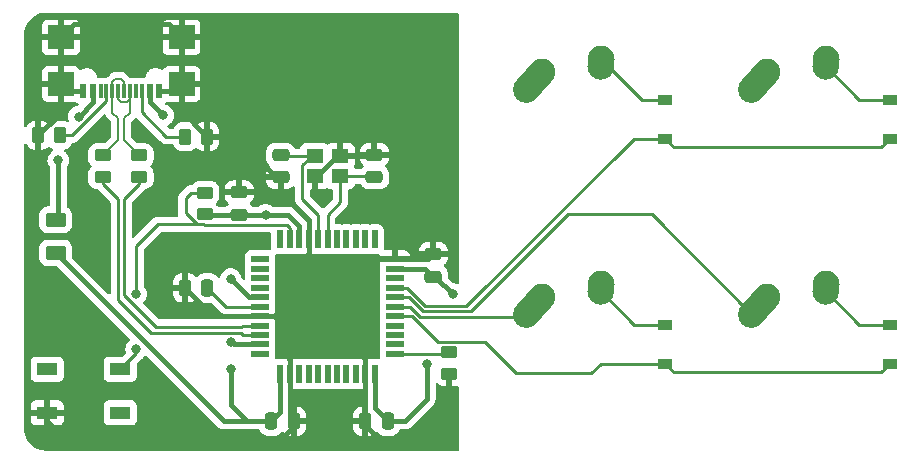
<source format=gbl>
G04 #@! TF.GenerationSoftware,KiCad,Pcbnew,6.0.11-2627ca5db0~126~ubuntu20.04.1*
G04 #@! TF.CreationDate,2024-07-14T02:52:22-04:00*
G04 #@! TF.ProjectId,mapel2x2-pcb,6d617065-6c32-4783-922d-7063622e6b69,rev?*
G04 #@! TF.SameCoordinates,Original*
G04 #@! TF.FileFunction,Copper,L2,Bot*
G04 #@! TF.FilePolarity,Positive*
%FSLAX46Y46*%
G04 Gerber Fmt 4.6, Leading zero omitted, Abs format (unit mm)*
G04 Created by KiCad (PCBNEW 6.0.11-2627ca5db0~126~ubuntu20.04.1) date 2024-07-14 02:52:22*
%MOMM*%
%LPD*%
G01*
G04 APERTURE LIST*
G04 Aperture macros list*
%AMRoundRect*
0 Rectangle with rounded corners*
0 $1 Rounding radius*
0 $2 $3 $4 $5 $6 $7 $8 $9 X,Y pos of 4 corners*
0 Add a 4 corners polygon primitive as box body*
4,1,4,$2,$3,$4,$5,$6,$7,$8,$9,$2,$3,0*
0 Add four circle primitives for the rounded corners*
1,1,$1+$1,$2,$3*
1,1,$1+$1,$4,$5*
1,1,$1+$1,$6,$7*
1,1,$1+$1,$8,$9*
0 Add four rect primitives between the rounded corners*
20,1,$1+$1,$2,$3,$4,$5,0*
20,1,$1+$1,$4,$5,$6,$7,0*
20,1,$1+$1,$6,$7,$8,$9,0*
20,1,$1+$1,$8,$9,$2,$3,0*%
%AMHorizOval*
0 Thick line with rounded ends*
0 $1 width*
0 $2 $3 position (X,Y) of the first rounded end (center of the circle)*
0 $4 $5 position (X,Y) of the second rounded end (center of the circle)*
0 Add line between two ends*
20,1,$1,$2,$3,$4,$5,0*
0 Add two circle primitives to create the rounded ends*
1,1,$1,$2,$3*
1,1,$1,$4,$5*%
G04 Aperture macros list end*
G04 #@! TA.AperFunction,SMDPad,CuDef*
%ADD10R,0.600000X1.150000*%
G04 #@! TD*
G04 #@! TA.AperFunction,SMDPad,CuDef*
%ADD11R,0.300000X1.150000*%
G04 #@! TD*
G04 #@! TA.AperFunction,SMDPad,CuDef*
%ADD12R,2.180000X2.000000*%
G04 #@! TD*
G04 #@! TA.AperFunction,SMDPad,CuDef*
%ADD13R,1.400000X1.200000*%
G04 #@! TD*
G04 #@! TA.AperFunction,SMDPad,CuDef*
%ADD14R,1.500000X0.550000*%
G04 #@! TD*
G04 #@! TA.AperFunction,SMDPad,CuDef*
%ADD15R,0.550000X1.500000*%
G04 #@! TD*
G04 #@! TA.AperFunction,SMDPad,CuDef*
%ADD16R,1.800000X1.100000*%
G04 #@! TD*
G04 #@! TA.AperFunction,SMDPad,CuDef*
%ADD17RoundRect,0.250000X0.262500X0.450000X-0.262500X0.450000X-0.262500X-0.450000X0.262500X-0.450000X0*%
G04 #@! TD*
G04 #@! TA.AperFunction,SMDPad,CuDef*
%ADD18RoundRect,0.250000X-0.450000X0.262500X-0.450000X-0.262500X0.450000X-0.262500X0.450000X0.262500X0*%
G04 #@! TD*
G04 #@! TA.AperFunction,SMDPad,CuDef*
%ADD19RoundRect,0.250000X0.450000X-0.262500X0.450000X0.262500X-0.450000X0.262500X-0.450000X-0.262500X0*%
G04 #@! TD*
G04 #@! TA.AperFunction,ComponentPad*
%ADD20HorizOval,2.250000X0.020000X0.290000X-0.020000X-0.290000X0*%
G04 #@! TD*
G04 #@! TA.AperFunction,ComponentPad*
%ADD21C,2.250000*%
G04 #@! TD*
G04 #@! TA.AperFunction,ComponentPad*
%ADD22HorizOval,2.250000X0.655001X0.730000X-0.655001X-0.730000X0*%
G04 #@! TD*
G04 #@! TA.AperFunction,SMDPad,CuDef*
%ADD23RoundRect,0.250000X-0.625000X0.375000X-0.625000X-0.375000X0.625000X-0.375000X0.625000X0.375000X0*%
G04 #@! TD*
G04 #@! TA.AperFunction,SMDPad,CuDef*
%ADD24R,1.200000X0.900000*%
G04 #@! TD*
G04 #@! TA.AperFunction,SMDPad,CuDef*
%ADD25RoundRect,0.250000X0.250000X0.475000X-0.250000X0.475000X-0.250000X-0.475000X0.250000X-0.475000X0*%
G04 #@! TD*
G04 #@! TA.AperFunction,SMDPad,CuDef*
%ADD26RoundRect,0.250000X-0.250000X-0.475000X0.250000X-0.475000X0.250000X0.475000X-0.250000X0.475000X0*%
G04 #@! TD*
G04 #@! TA.AperFunction,SMDPad,CuDef*
%ADD27RoundRect,0.250000X0.475000X-0.250000X0.475000X0.250000X-0.475000X0.250000X-0.475000X-0.250000X0*%
G04 #@! TD*
G04 #@! TA.AperFunction,SMDPad,CuDef*
%ADD28RoundRect,0.250000X-0.475000X0.250000X-0.475000X-0.250000X0.475000X-0.250000X0.475000X0.250000X0*%
G04 #@! TD*
G04 #@! TA.AperFunction,ViaPad*
%ADD29C,0.800000*%
G04 #@! TD*
G04 #@! TA.AperFunction,Conductor*
%ADD30C,0.381000*%
G04 #@! TD*
G04 #@! TA.AperFunction,Conductor*
%ADD31C,0.254000*%
G04 #@! TD*
G04 #@! TA.AperFunction,Conductor*
%ADD32C,0.200000*%
G04 #@! TD*
G04 APERTURE END LIST*
D10*
G04 #@! TO.P,J1,A1/B12,GND*
G04 #@! TO.N,GND*
X174600000Y-110293750D03*
G04 #@! TO.P,J1,A4/B9,VBUS*
G04 #@! TO.N,VCC*
X175400000Y-110293750D03*
G04 #@! TO.P,J1,B4/A9,VBUS*
X180200000Y-110293750D03*
G04 #@! TO.P,J1,B1/A12,GND*
G04 #@! TO.N,GND*
X181000000Y-110293750D03*
D11*
G04 #@! TO.P,J1,B8,SBU2*
G04 #@! TO.N,unconnected-(J1-PadB8)*
X176050000Y-110293750D03*
G04 #@! TO.P,J1,B5,CC2*
G04 #@! TO.N,Net-(J1-PadB5)*
X179550000Y-110293750D03*
G04 #@! TO.P,J1,A5,CC1*
G04 #@! TO.N,Net-(J1-PadA5)*
X176550000Y-110293750D03*
G04 #@! TO.P,J1,A8,SBU1*
G04 #@! TO.N,unconnected-(J1-PadA8)*
X179050000Y-110293750D03*
G04 #@! TO.P,J1,B7,DN2*
G04 #@! TO.N,D-*
X177050000Y-110293750D03*
G04 #@! TO.P,J1,B6,DP2*
G04 #@! TO.N,D+*
X178550000Y-110293750D03*
G04 #@! TO.P,J1,A6,DP1*
X177550000Y-110293750D03*
G04 #@! TO.P,J1,A7,DN1*
G04 #@! TO.N,D-*
X178050000Y-110293750D03*
D12*
G04 #@! TO.P,J1,S1,GND*
G04 #@! TO.N,GND*
X172690000Y-109718750D03*
G04 #@! TO.P,J1,S2,GND*
X182910000Y-109718750D03*
G04 #@! TO.P,J1,S3,GND*
X172690000Y-105788750D03*
G04 #@! TO.P,J1,S4,GND*
X182910000Y-105788750D03*
G04 #@! TD*
D13*
G04 #@! TO.P,Y1,4,4*
G04 #@! TO.N,GND*
X194162500Y-117531250D03*
G04 #@! TO.P,Y1,3,3*
G04 #@! TO.N,Net-(C4-Pad2)*
X196362500Y-117531250D03*
G04 #@! TO.P,Y1,2,2*
G04 #@! TO.N,GND*
X196362500Y-115831250D03*
G04 #@! TO.P,Y1,1,1*
G04 #@! TO.N,Net-(C5-Pad2)*
X194162500Y-115831250D03*
G04 #@! TD*
D14*
G04 #@! TO.P,U1,1,PE6*
G04 #@! TO.N,unconnected-(U1-Pad1)*
X189562500Y-132587500D03*
G04 #@! TO.P,U1,2,UVCC*
G04 #@! TO.N,+5V*
X189562500Y-131787500D03*
G04 #@! TO.P,U1,3,D-*
G04 #@! TO.N,Net-(R1-Pad2)*
X189562500Y-130987500D03*
G04 #@! TO.P,U1,4,D+*
G04 #@! TO.N,Net-(R2-Pad2)*
X189562500Y-130187500D03*
G04 #@! TO.P,U1,5,UGND*
G04 #@! TO.N,GND*
X189562500Y-129387500D03*
G04 #@! TO.P,U1,6,UCAP*
G04 #@! TO.N,Net-(C7-Pad1)*
X189562500Y-128587500D03*
G04 #@! TO.P,U1,7,VBUS*
G04 #@! TO.N,+5V*
X189562500Y-127787500D03*
G04 #@! TO.P,U1,8,PB0*
G04 #@! TO.N,unconnected-(U1-Pad8)*
X189562500Y-126987500D03*
G04 #@! TO.P,U1,9,PB1*
G04 #@! TO.N,unconnected-(U1-Pad9)*
X189562500Y-126187500D03*
G04 #@! TO.P,U1,10,PB2*
G04 #@! TO.N,unconnected-(U1-Pad10)*
X189562500Y-125387500D03*
G04 #@! TO.P,U1,11,PB3*
G04 #@! TO.N,unconnected-(U1-Pad11)*
X189562500Y-124587500D03*
D15*
G04 #@! TO.P,U1,12,PB7*
G04 #@! TO.N,unconnected-(U1-Pad12)*
X191262500Y-122887500D03*
G04 #@! TO.P,U1,13,~{RESET}*
G04 #@! TO.N,Net-(R3-Pad2)*
X192062500Y-122887500D03*
G04 #@! TO.P,U1,14,VCC*
G04 #@! TO.N,+5V*
X192862500Y-122887500D03*
G04 #@! TO.P,U1,15,GND*
G04 #@! TO.N,GND*
X193662500Y-122887500D03*
G04 #@! TO.P,U1,16,XTAL2*
G04 #@! TO.N,Net-(C5-Pad2)*
X194462500Y-122887500D03*
G04 #@! TO.P,U1,17,XTAL1*
G04 #@! TO.N,Net-(C4-Pad2)*
X195262500Y-122887500D03*
G04 #@! TO.P,U1,18,PD0*
G04 #@! TO.N,unconnected-(U1-Pad18)*
X196062500Y-122887500D03*
G04 #@! TO.P,U1,19,PD1*
G04 #@! TO.N,unconnected-(U1-Pad19)*
X196862500Y-122887500D03*
G04 #@! TO.P,U1,20,PD2*
G04 #@! TO.N,unconnected-(U1-Pad20)*
X197662500Y-122887500D03*
G04 #@! TO.P,U1,21,PD3*
G04 #@! TO.N,unconnected-(U1-Pad21)*
X198462500Y-122887500D03*
G04 #@! TO.P,U1,22,PD5*
G04 #@! TO.N,unconnected-(U1-Pad22)*
X199262500Y-122887500D03*
D14*
G04 #@! TO.P,U1,23,GND*
G04 #@! TO.N,GND*
X200962500Y-124587500D03*
G04 #@! TO.P,U1,24,AVCC*
G04 #@! TO.N,+5V*
X200962500Y-125387500D03*
G04 #@! TO.P,U1,25,PD4*
G04 #@! TO.N,unconnected-(U1-Pad25)*
X200962500Y-126187500D03*
G04 #@! TO.P,U1,26,PD6*
G04 #@! TO.N,ROW0*
X200962500Y-126987500D03*
G04 #@! TO.P,U1,27,PD7*
G04 #@! TO.N,COL1*
X200962500Y-127787500D03*
G04 #@! TO.P,U1,28,PB4*
G04 #@! TO.N,COL0*
X200962500Y-128587500D03*
G04 #@! TO.P,U1,29,PB5*
G04 #@! TO.N,ROW1*
X200962500Y-129387500D03*
G04 #@! TO.P,U1,30,PB6*
G04 #@! TO.N,unconnected-(U1-Pad30)*
X200962500Y-130187500D03*
G04 #@! TO.P,U1,31,PC6*
G04 #@! TO.N,unconnected-(U1-Pad31)*
X200962500Y-130987500D03*
G04 #@! TO.P,U1,32,PC7*
G04 #@! TO.N,unconnected-(U1-Pad32)*
X200962500Y-131787500D03*
G04 #@! TO.P,U1,33,~{HWB}/PE2*
G04 #@! TO.N,Net-(R4-Pad1)*
X200962500Y-132587500D03*
D15*
G04 #@! TO.P,U1,34,VCC*
G04 #@! TO.N,+5V*
X199262500Y-134287500D03*
G04 #@! TO.P,U1,35,GND*
G04 #@! TO.N,GND*
X198462500Y-134287500D03*
G04 #@! TO.P,U1,36,PF7*
G04 #@! TO.N,unconnected-(U1-Pad36)*
X197662500Y-134287500D03*
G04 #@! TO.P,U1,37,PF6*
G04 #@! TO.N,unconnected-(U1-Pad37)*
X196862500Y-134287500D03*
G04 #@! TO.P,U1,38,PF5*
G04 #@! TO.N,unconnected-(U1-Pad38)*
X196062500Y-134287500D03*
G04 #@! TO.P,U1,39,PF4*
G04 #@! TO.N,unconnected-(U1-Pad39)*
X195262500Y-134287500D03*
G04 #@! TO.P,U1,40,PF1*
G04 #@! TO.N,unconnected-(U1-Pad40)*
X194462500Y-134287500D03*
G04 #@! TO.P,U1,41,PF0*
G04 #@! TO.N,unconnected-(U1-Pad41)*
X193662500Y-134287500D03*
G04 #@! TO.P,U1,42,AREF*
G04 #@! TO.N,unconnected-(U1-Pad42)*
X192862500Y-134287500D03*
G04 #@! TO.P,U1,43,GND*
G04 #@! TO.N,GND*
X192062500Y-134287500D03*
G04 #@! TO.P,U1,44,AVCC*
G04 #@! TO.N,+5V*
X191262500Y-134287500D03*
G04 #@! TD*
D16*
G04 #@! TO.P,SW1,1,1*
G04 #@! TO.N,GND*
X171525000Y-137581250D03*
G04 #@! TO.P,SW1,2,2*
G04 #@! TO.N,Net-(R3-Pad2)*
X177725000Y-133881250D03*
G04 #@! TO.P,SW1,3*
G04 #@! TO.N,N/C*
X171525000Y-133881250D03*
G04 #@! TO.P,SW1,4*
X177725000Y-137581250D03*
G04 #@! TD*
D17*
G04 #@! TO.P,R6,1*
G04 #@! TO.N,Net-(J1-PadA5)*
X172589564Y-114077500D03*
G04 #@! TO.P,R6,2*
G04 #@! TO.N,GND*
X170764564Y-114077500D03*
G04 #@! TD*
G04 #@! TO.P,R5,1*
G04 #@! TO.N,GND*
X185062500Y-114187500D03*
G04 #@! TO.P,R5,2*
G04 #@! TO.N,Net-(J1-PadB5)*
X183237500Y-114187500D03*
G04 #@! TD*
D18*
G04 #@! TO.P,R4,1*
G04 #@! TO.N,Net-(R4-Pad1)*
X205581250Y-132437500D03*
G04 #@! TO.P,R4,2*
G04 #@! TO.N,GND*
X205581250Y-134262500D03*
G04 #@! TD*
D19*
G04 #@! TO.P,R3,1*
G04 #@! TO.N,+5V*
X184893750Y-120768750D03*
G04 #@! TO.P,R3,2*
G04 #@! TO.N,Net-(R3-Pad2)*
X184893750Y-118943750D03*
G04 #@! TD*
D18*
G04 #@! TO.P,R2,1*
G04 #@! TO.N,D+*
X179324000Y-115768750D03*
G04 #@! TO.P,R2,2*
G04 #@! TO.N,Net-(R2-Pad2)*
X179324000Y-117593750D03*
G04 #@! TD*
G04 #@! TO.P,R1,1*
G04 #@! TO.N,D-*
X176212500Y-115768750D03*
G04 #@! TO.P,R1,2*
G04 #@! TO.N,Net-(R1-Pad2)*
X176212500Y-117593750D03*
G04 #@! TD*
D20*
G04 #@! TO.P,MX4,2,ROW*
G04 #@! TO.N,Net-(D4-Pad2)*
X237470000Y-126972500D03*
D21*
X237490000Y-126682500D03*
D22*
G04 #@! TO.P,MX4,1,COL*
G04 #@! TO.N,COL1*
X231795001Y-128492500D03*
D21*
X232450000Y-127762500D03*
G04 #@! TD*
D20*
G04 #@! TO.P,MX2,2,ROW*
G04 #@! TO.N,Net-(D3-Pad2)*
X237470000Y-107922500D03*
D21*
X237490000Y-107632500D03*
D22*
G04 #@! TO.P,MX2,1,COL*
G04 #@! TO.N,COL1*
X231795001Y-109442500D03*
D21*
X232450000Y-108712500D03*
G04 #@! TD*
D20*
G04 #@! TO.P,MX3,2,ROW*
G04 #@! TO.N,Net-(D2-Pad2)*
X218420000Y-126972500D03*
D21*
X218440000Y-126682500D03*
D22*
G04 #@! TO.P,MX3,1,COL*
G04 #@! TO.N,COL0*
X212745001Y-128492500D03*
D21*
X213400000Y-127762500D03*
G04 #@! TD*
D20*
G04 #@! TO.P,MX1,2,ROW*
G04 #@! TO.N,Net-(D1-Pad2)*
X218420000Y-107922500D03*
D21*
X218440000Y-107632500D03*
D22*
G04 #@! TO.P,MX1,1,COL*
G04 #@! TO.N,COL0*
X212745001Y-109442500D03*
D21*
X213400000Y-108712500D03*
G04 #@! TD*
D23*
G04 #@! TO.P,F1,1*
G04 #@! TO.N,VCC*
X172243750Y-121237500D03*
G04 #@! TO.P,F1,2*
G04 #@! TO.N,+5V*
X172243750Y-124037500D03*
G04 #@! TD*
D24*
G04 #@! TO.P,D4,1,K*
G04 #@! TO.N,ROW1*
X242887500Y-133412500D03*
G04 #@! TO.P,D4,2,A*
G04 #@! TO.N,Net-(D4-Pad2)*
X242887500Y-130112500D03*
G04 #@! TD*
G04 #@! TO.P,D3,1,K*
G04 #@! TO.N,ROW0*
X242887500Y-114362500D03*
G04 #@! TO.P,D3,2,A*
G04 #@! TO.N,Net-(D3-Pad2)*
X242887500Y-111062500D03*
G04 #@! TD*
G04 #@! TO.P,D2,1,K*
G04 #@! TO.N,ROW1*
X223837500Y-133412500D03*
G04 #@! TO.P,D2,2,A*
G04 #@! TO.N,Net-(D2-Pad2)*
X223837500Y-130112500D03*
G04 #@! TD*
G04 #@! TO.P,D1,1,K*
G04 #@! TO.N,ROW0*
X223837500Y-114362500D03*
G04 #@! TO.P,D1,2,A*
G04 #@! TO.N,Net-(D1-Pad2)*
X223837500Y-111062500D03*
G04 #@! TD*
D25*
G04 #@! TO.P,C7,1*
G04 #@! TO.N,Net-(C7-Pad1)*
X185100000Y-127000000D03*
G04 #@! TO.P,C7,2*
G04 #@! TO.N,GND*
X183200000Y-127000000D03*
G04 #@! TD*
D26*
G04 #@! TO.P,C6,1*
G04 #@! TO.N,+5V*
X190516254Y-138281250D03*
G04 #@! TO.P,C6,2*
G04 #@! TO.N,GND*
X192416254Y-138281250D03*
G04 #@! TD*
D27*
G04 #@! TO.P,C5,1*
G04 #@! TO.N,GND*
X191293750Y-117631250D03*
G04 #@! TO.P,C5,2*
G04 #@! TO.N,Net-(C5-Pad2)*
X191293750Y-115731250D03*
G04 #@! TD*
D28*
G04 #@! TO.P,C4,2*
G04 #@! TO.N,Net-(C4-Pad2)*
X199231250Y-117631250D03*
G04 #@! TO.P,C4,1*
G04 #@! TO.N,GND*
X199231250Y-115731250D03*
G04 #@! TD*
D25*
G04 #@! TO.P,C3,2*
G04 #@! TO.N,GND*
X198453754Y-138281250D03*
G04 #@! TO.P,C3,1*
G04 #@! TO.N,+5V*
X200353754Y-138281250D03*
G04 #@! TD*
D27*
G04 #@! TO.P,C2,1*
G04 #@! TO.N,+5V*
X187781250Y-120806250D03*
G04 #@! TO.P,C2,2*
G04 #@! TO.N,GND*
X187781250Y-118906250D03*
G04 #@! TD*
G04 #@! TO.P,C1,2*
G04 #@! TO.N,GND*
X204216000Y-124145000D03*
G04 #@! TO.P,C1,1*
G04 #@! TO.N,+5V*
X204216000Y-126045000D03*
G04 #@! TD*
D29*
G04 #@! TO.N,VCC*
X174208661Y-112486661D03*
X172466000Y-116205000D03*
X181356000Y-112395000D03*
G04 #@! TO.N,+5V*
X205867000Y-127508000D03*
X203708000Y-133477000D03*
X187071000Y-133858000D03*
X187071000Y-131536500D03*
X187071000Y-126238000D03*
X190021250Y-120806250D03*
G04 #@! TO.N,Net-(R3-Pad2)*
X179070000Y-132207000D03*
X179070000Y-127508000D03*
G04 #@! TD*
D30*
G04 #@! TO.N,VCC*
X172466000Y-116205000D02*
X172466000Y-121015250D01*
X172466000Y-121015250D02*
X172243750Y-121237500D01*
X181356000Y-112395000D02*
X180200000Y-111239000D01*
X180200000Y-111239000D02*
X180200000Y-110293750D01*
D31*
G04 #@! TO.N,Net-(J1-PadB5)*
X179550000Y-110293750D02*
X179550000Y-112113000D01*
X179550000Y-112113000D02*
X181624500Y-114187500D01*
X181624500Y-114187500D02*
X183237500Y-114187500D01*
D30*
G04 #@! TO.N,GND*
X172690000Y-105788750D02*
X173830750Y-104648000D01*
X173830750Y-104648000D02*
X181864000Y-104648000D01*
X181864000Y-104648000D02*
X182910000Y-105694000D01*
X182910000Y-105694000D02*
X182910000Y-105788750D01*
D31*
G04 #@! TO.N,ROW1*
X223837500Y-133412500D02*
X218377500Y-133412500D01*
X208560000Y-131598000D02*
X204650844Y-131598000D01*
X218377500Y-133412500D02*
X217551000Y-134239000D01*
X217551000Y-134239000D02*
X211201000Y-134239000D01*
X204650844Y-131598000D02*
X202440344Y-129387500D01*
X202440344Y-129387500D02*
X200962500Y-129387500D01*
X211201000Y-134239000D02*
X208560000Y-131598000D01*
G04 #@! TO.N,Net-(D1-Pad2)*
X218440000Y-107632500D02*
X221870000Y-111062500D01*
X221870000Y-111062500D02*
X223837500Y-111062500D01*
G04 #@! TO.N,Net-(D3-Pad2)*
X237450000Y-108212500D02*
X240300000Y-111062500D01*
X240300000Y-111062500D02*
X242887500Y-111062500D01*
G04 #@! TO.N,Net-(D4-Pad2)*
X237450000Y-127262500D02*
X240300000Y-130112500D01*
X240300000Y-130112500D02*
X242887500Y-130112500D01*
G04 #@! TO.N,Net-(D2-Pad2)*
X218400000Y-127262500D02*
X221250000Y-130112500D01*
X221250000Y-130112500D02*
X223837500Y-130112500D01*
G04 #@! TO.N,COL0*
X200962500Y-128587500D02*
X202282396Y-128587500D01*
X202282396Y-128587500D02*
X203126896Y-129432000D01*
X203126896Y-129432000D02*
X211880500Y-129432000D01*
X211880500Y-129432000D02*
X212090000Y-129222500D01*
G04 #@! TO.N,COL1*
X203314948Y-128978000D02*
X207445000Y-128978000D01*
X202124448Y-127787500D02*
X203314948Y-128978000D01*
X222694500Y-120777000D02*
X231140000Y-129222500D01*
X207445000Y-128978000D02*
X215646000Y-120777000D01*
X200962500Y-127787500D02*
X202124448Y-127787500D01*
X215646000Y-120777000D02*
X222694500Y-120777000D01*
G04 #@! TO.N,ROW1*
X223837500Y-133412500D02*
X224558401Y-134133401D01*
X224558401Y-134133401D02*
X242166599Y-134133401D01*
X242166599Y-134133401D02*
X242887500Y-133412500D01*
G04 #@! TO.N,ROW0*
X223837500Y-114362500D02*
X224558401Y-115083401D01*
X224558401Y-115083401D02*
X242166599Y-115083401D01*
X242166599Y-115083401D02*
X242887500Y-114362500D01*
X203503000Y-128524000D02*
X207010000Y-128524000D01*
X201966500Y-126987500D02*
X203503000Y-128524000D01*
X200962500Y-126987500D02*
X201966500Y-126987500D01*
X207010000Y-128524000D02*
X221171500Y-114362500D01*
X221171500Y-114362500D02*
X223837500Y-114362500D01*
D30*
G04 #@! TO.N,+5V*
X204404000Y-126045000D02*
X205867000Y-127508000D01*
X204216000Y-126045000D02*
X204404000Y-126045000D01*
G04 #@! TO.N,GND*
X200962500Y-124587500D02*
X203773500Y-124587500D01*
X203773500Y-124587500D02*
X204216000Y-124145000D01*
G04 #@! TO.N,+5V*
X200962500Y-125387500D02*
X203558500Y-125387500D01*
X203558500Y-125387500D02*
X204216000Y-126045000D01*
X201824750Y-138281250D02*
X203708000Y-136398000D01*
X200353754Y-138281250D02*
X201824750Y-138281250D01*
X203708000Y-136398000D02*
X203708000Y-133477000D01*
X186487500Y-138281250D02*
X188446250Y-138281250D01*
X188446250Y-138281250D02*
X188616750Y-138281250D01*
X187071000Y-133858000D02*
X187071000Y-136906000D01*
X187071000Y-136906000D02*
X188446250Y-138281250D01*
X188616750Y-138281250D02*
X190516254Y-138281250D01*
X189562500Y-131787500D02*
X187322000Y-131787500D01*
X187322000Y-131787500D02*
X187071000Y-131536500D01*
X187071000Y-126238000D02*
X188620500Y-127787500D01*
X188620500Y-127787500D02*
X189562500Y-127787500D01*
X192862500Y-122887500D02*
X192862500Y-121756500D01*
X192862500Y-121756500D02*
X191912250Y-120806250D01*
X191912250Y-120806250D02*
X187781250Y-120806250D01*
X172243750Y-124037500D02*
X184885125Y-136678875D01*
X184885125Y-136678875D02*
X186487500Y-138281250D01*
G04 #@! TO.N,GND*
X194162500Y-117531250D02*
X194380750Y-117531250D01*
X194380750Y-117531250D02*
X196080750Y-115831250D01*
X196080750Y-115831250D02*
X196362500Y-115831250D01*
X198453754Y-138281250D02*
X198453754Y-138636754D01*
X198453754Y-138636754D02*
X200025000Y-140208000D01*
X200025000Y-140208000D02*
X203708000Y-140208000D01*
X203708000Y-140208000D02*
X205581250Y-138334750D01*
X205581250Y-138334750D02*
X205581250Y-134262500D01*
D31*
G04 #@! TO.N,Net-(R4-Pad1)*
X200962500Y-132587500D02*
X205431250Y-132587500D01*
X205431250Y-132587500D02*
X205581250Y-132437500D01*
D30*
G04 #@! TO.N,GND*
X194690500Y-124587500D02*
X196849500Y-124587500D01*
X196849500Y-124587500D02*
X200962500Y-124587500D01*
X198462500Y-134287500D02*
X198462500Y-126200500D01*
X198462500Y-126200500D02*
X196849500Y-124587500D01*
X193548000Y-125730000D02*
X193675000Y-125603000D01*
X192062500Y-127215500D02*
X193548000Y-125730000D01*
X193548000Y-125730000D02*
X194690500Y-124587500D01*
X192062500Y-130756500D02*
X192062500Y-127215500D01*
X193675000Y-125603000D02*
X193662500Y-125590500D01*
X193662500Y-125590500D02*
X193662500Y-122887500D01*
X189562500Y-129387500D02*
X190693500Y-129387500D01*
X190693500Y-129387500D02*
X192062500Y-130756500D01*
X192062500Y-130756500D02*
X192062500Y-134287500D01*
X185062500Y-114187500D02*
X187466500Y-114187500D01*
X187466500Y-114187500D02*
X189611000Y-116332000D01*
D31*
G04 #@! TO.N,Net-(R3-Pad2)*
X180905750Y-121608250D02*
X179070000Y-123444000D01*
X179070000Y-123444000D02*
X179070000Y-127508000D01*
X179070000Y-132207000D02*
X179070000Y-132536250D01*
X179070000Y-132536250D02*
X177725000Y-133881250D01*
D30*
G04 #@! TO.N,VCC*
X175400000Y-110293750D02*
X175400000Y-111295322D01*
X175400000Y-111295322D02*
X174208661Y-112486661D01*
D31*
G04 #@! TO.N,Net-(C7-Pad1)*
X185100000Y-127000000D02*
X186687500Y-128587500D01*
X186687500Y-128587500D02*
X189562500Y-128587500D01*
D30*
G04 #@! TO.N,GND*
X183200000Y-127000000D02*
X185587500Y-129387500D01*
X185587500Y-129387500D02*
X189562500Y-129387500D01*
X192416254Y-138672746D02*
X191389000Y-139700000D01*
X192416254Y-138281250D02*
X192416254Y-138672746D01*
X191389000Y-139700000D02*
X172974000Y-139700000D01*
X172974000Y-139700000D02*
X172593000Y-139319000D01*
G04 #@! TO.N,+5V*
X199262500Y-134287500D02*
X199262500Y-137189996D01*
X199262500Y-137189996D02*
X200353754Y-138281250D01*
G04 #@! TO.N,GND*
X198462500Y-134287500D02*
X198462500Y-138272504D01*
X198462500Y-138272504D02*
X198453754Y-138281250D01*
X192062500Y-134287500D02*
X192062500Y-137927496D01*
X192062500Y-137927496D02*
X192416254Y-138281250D01*
G04 #@! TO.N,+5V*
X190516254Y-138281250D02*
X191262500Y-137535004D01*
X191262500Y-137535004D02*
X191262500Y-134287500D01*
G04 #@! TO.N,GND*
X171525000Y-137581250D02*
X171525000Y-138251000D01*
X171525000Y-138251000D02*
X172593000Y-139319000D01*
D31*
G04 #@! TO.N,Net-(R3-Pad2)*
X184204749Y-121608250D02*
X180905750Y-121608250D01*
X192062500Y-122887500D02*
X192062500Y-121883500D01*
X192062500Y-121883500D02*
X191812250Y-121633250D01*
X184785000Y-121608250D02*
X184204749Y-121608250D01*
X191812250Y-121633250D02*
X184810000Y-121633250D01*
X184810000Y-121633250D02*
X184785000Y-121608250D01*
X183261000Y-120664501D02*
X183261000Y-119380000D01*
X184204749Y-121608250D02*
X183261000Y-120664501D01*
X183261000Y-119380000D02*
X183697250Y-118943750D01*
X183697250Y-118943750D02*
X184893750Y-118943750D01*
D30*
G04 #@! TO.N,+5V*
X187781250Y-120806250D02*
X184931250Y-120806250D01*
X184931250Y-120806250D02*
X184893750Y-120768750D01*
G04 #@! TO.N,GND*
X190690500Y-119697500D02*
X189865000Y-118872000D01*
X192087500Y-119697500D02*
X190690500Y-119697500D01*
X193662500Y-121272500D02*
X192087500Y-119697500D01*
X192087500Y-119697500D02*
X191293750Y-118903750D01*
X189865000Y-118872000D02*
X187815500Y-118872000D01*
X187815500Y-118872000D02*
X187781250Y-118906250D01*
X193662500Y-122887500D02*
X193662500Y-121272500D01*
X191293750Y-118903750D02*
X191293750Y-117631250D01*
D31*
G04 #@! TO.N,Net-(C5-Pad2)*
X191293750Y-115731250D02*
X191393750Y-115831250D01*
X191393750Y-115831250D02*
X194162500Y-115831250D01*
D30*
G04 #@! TO.N,GND*
X191293750Y-117631250D02*
X190910250Y-117631250D01*
X195453000Y-113284000D02*
X196362500Y-114193500D01*
X190910250Y-117631250D02*
X189611000Y-116332000D01*
X189611000Y-114554000D02*
X190881000Y-113284000D01*
X190881000Y-113284000D02*
X195453000Y-113284000D01*
X189611000Y-116332000D02*
X189611000Y-114554000D01*
X196362500Y-114193500D02*
X196362500Y-115831250D01*
X194507750Y-117531250D02*
X194162500Y-117531250D01*
D31*
G04 #@! TO.N,Net-(C5-Pad2)*
X194162500Y-115831250D02*
X193908500Y-115831250D01*
X193908500Y-115831250D02*
X193135500Y-116604250D01*
X193135500Y-116604250D02*
X193135500Y-119475500D01*
X193135500Y-119475500D02*
X194462500Y-120802500D01*
X194462500Y-120802500D02*
X194462500Y-122887500D01*
D30*
G04 #@! TO.N,GND*
X196362500Y-115831250D02*
X199131250Y-115831250D01*
X199131250Y-115831250D02*
X199231250Y-115731250D01*
D31*
G04 #@! TO.N,Net-(C4-Pad2)*
X196362500Y-117531250D02*
X199131250Y-117531250D01*
X199131250Y-117531250D02*
X199231250Y-117631250D01*
X195262500Y-122887500D02*
X195262500Y-120840500D01*
X195262500Y-120840500D02*
X196362500Y-119740500D01*
X196362500Y-119740500D02*
X196362500Y-117531250D01*
G04 #@! TO.N,Net-(R1-Pad2)*
X189562500Y-130987500D02*
X188137500Y-130987500D01*
X188137500Y-130987500D02*
X187960000Y-130810000D01*
X187960000Y-130810000D02*
X180340000Y-130810000D01*
X177546000Y-128016000D02*
X177546000Y-119507000D01*
X180340000Y-130810000D02*
X177546000Y-128016000D01*
X177546000Y-119507000D02*
X176212500Y-118173500D01*
X176212500Y-118173500D02*
X176212500Y-117593750D01*
G04 #@! TO.N,Net-(R2-Pad2)*
X189562500Y-130187500D02*
X188074500Y-130187500D01*
X188074500Y-130187500D02*
X187960000Y-130302000D01*
X187960000Y-130302000D02*
X180728052Y-130302000D01*
X180728052Y-130302000D02*
X178054000Y-127627948D01*
X178054000Y-127627948D02*
X178054000Y-119507000D01*
X178054000Y-119507000D02*
X179324000Y-118237000D01*
X179324000Y-118237000D02*
X179324000Y-117593750D01*
D32*
G04 #@! TO.N,D+*
X178550000Y-112153000D02*
X178054000Y-112649000D01*
X178550000Y-110293750D02*
X178550000Y-112153000D01*
X178054000Y-112649000D02*
X178054000Y-114498750D01*
X178054000Y-114498750D02*
X179324000Y-115768750D01*
G04 #@! TO.N,D-*
X177050000Y-112153000D02*
X177546000Y-112649000D01*
X177050000Y-110293750D02*
X177050000Y-112153000D01*
X177546000Y-112649000D02*
X177546000Y-114435250D01*
X177546000Y-114435250D02*
X176212500Y-115768750D01*
G04 #@! TO.N,D+*
X177550000Y-110293750D02*
X177550000Y-111002000D01*
X177550000Y-111002000D02*
X177800000Y-111252000D01*
X177800000Y-111252000D02*
X178308000Y-111252000D01*
X178550000Y-111010000D02*
X178550000Y-110293750D01*
X178308000Y-111252000D02*
X178550000Y-111010000D01*
G04 #@! TO.N,D-*
X177292000Y-109347000D02*
X177800000Y-109347000D01*
X177050000Y-110293750D02*
X177050000Y-109589000D01*
X177050000Y-109589000D02*
X177292000Y-109347000D01*
X177800000Y-109347000D02*
X178050000Y-109597000D01*
X178050000Y-109597000D02*
X178050000Y-110293750D01*
D30*
G04 #@! TO.N,GND*
X185062500Y-114187500D02*
X182910000Y-112035000D01*
X182910000Y-112035000D02*
X182910000Y-109718750D01*
D31*
G04 #@! TO.N,Net-(J1-PadA5)*
X172589564Y-114077500D02*
X173645250Y-114077500D01*
X173645250Y-114077500D02*
X176550000Y-111172750D01*
X176550000Y-111172750D02*
X176550000Y-110293750D01*
D30*
G04 #@! TO.N,GND*
X170764564Y-114077500D02*
X172690000Y-112152064D01*
X172690000Y-112152064D02*
X172690000Y-109718750D01*
X181000000Y-110293750D02*
X182335000Y-110293750D01*
X182335000Y-110293750D02*
X182910000Y-109718750D01*
X182910000Y-105788750D02*
X182910000Y-109718750D01*
X172690000Y-109718750D02*
X172690000Y-105788750D01*
X174600000Y-110293750D02*
X173265000Y-110293750D01*
X173265000Y-110293750D02*
X172690000Y-109718750D01*
G04 #@! TD*
G04 #@! TA.AperFunction,Conductor*
G04 #@! TO.N,GND*
G36*
X206317121Y-103716002D02*
G01*
X206363614Y-103769658D01*
X206375000Y-103822000D01*
X206375000Y-126545676D01*
X206354998Y-126613797D01*
X206301342Y-126660290D01*
X206231068Y-126670394D01*
X206197751Y-126660783D01*
X206155319Y-126641891D01*
X206155318Y-126641891D01*
X206149288Y-126639206D01*
X205979372Y-126603089D01*
X205916474Y-126568938D01*
X205486405Y-126138870D01*
X205452380Y-126076557D01*
X205449500Y-126049774D01*
X205449500Y-125744600D01*
X205449163Y-125741350D01*
X205439238Y-125645692D01*
X205439237Y-125645688D01*
X205438526Y-125638834D01*
X205410641Y-125555251D01*
X205384868Y-125478002D01*
X205382550Y-125471054D01*
X205289478Y-125320652D01*
X205164303Y-125195695D01*
X205159765Y-125192898D01*
X205119176Y-125135647D01*
X205115946Y-125064724D01*
X205151572Y-125003313D01*
X205160068Y-124995938D01*
X205170207Y-124987902D01*
X205284739Y-124873171D01*
X205293751Y-124861760D01*
X205378816Y-124723757D01*
X205384963Y-124710576D01*
X205436138Y-124556290D01*
X205439005Y-124542914D01*
X205448672Y-124448562D01*
X205449000Y-124442146D01*
X205449000Y-124417115D01*
X205444525Y-124401876D01*
X205443135Y-124400671D01*
X205435452Y-124399000D01*
X203001116Y-124399000D01*
X202985877Y-124403475D01*
X202984672Y-124404865D01*
X202983001Y-124412548D01*
X202983001Y-124442095D01*
X202983338Y-124448612D01*
X202993806Y-124549496D01*
X202980941Y-124619317D01*
X202932371Y-124671100D01*
X202868479Y-124688500D01*
X202036693Y-124688500D01*
X201974925Y-124670364D01*
X201974260Y-124671579D01*
X201968703Y-124668536D01*
X201968572Y-124668498D01*
X201968347Y-124668341D01*
X201966389Y-124667269D01*
X201959205Y-124661885D01*
X201822816Y-124610755D01*
X201760634Y-124604000D01*
X200164366Y-124604000D01*
X200102184Y-124610755D01*
X199965795Y-124661885D01*
X199849239Y-124749239D01*
X199843858Y-124756419D01*
X199843857Y-124756420D01*
X199817892Y-124791065D01*
X199761033Y-124833580D01*
X199731426Y-124838913D01*
X199707377Y-124845975D01*
X199706172Y-124847365D01*
X199704501Y-124855048D01*
X199704501Y-124907169D01*
X199704871Y-124913990D01*
X199711248Y-124972707D01*
X199708502Y-124973005D01*
X199708560Y-125001946D01*
X199710755Y-125002184D01*
X199704000Y-125064366D01*
X199704000Y-125710634D01*
X199704369Y-125714031D01*
X199710755Y-125772816D01*
X199708326Y-125773080D01*
X199708326Y-125801920D01*
X199710755Y-125802184D01*
X199704000Y-125864366D01*
X199704000Y-126510634D01*
X199704369Y-126514031D01*
X199710755Y-126572816D01*
X199708326Y-126573080D01*
X199708326Y-126601920D01*
X199710755Y-126602184D01*
X199704000Y-126664366D01*
X199704000Y-127310634D01*
X199704369Y-127314031D01*
X199710755Y-127372816D01*
X199708326Y-127373080D01*
X199708326Y-127401920D01*
X199710755Y-127402184D01*
X199704000Y-127464366D01*
X199704000Y-128110634D01*
X199704369Y-128114031D01*
X199710755Y-128172816D01*
X199708326Y-128173080D01*
X199708326Y-128201920D01*
X199710755Y-128202184D01*
X199707894Y-128228525D01*
X199704000Y-128264366D01*
X199704000Y-128910634D01*
X199704369Y-128914031D01*
X199710755Y-128972816D01*
X199708326Y-128973080D01*
X199708326Y-129001920D01*
X199710755Y-129002184D01*
X199704000Y-129064366D01*
X199704000Y-129710634D01*
X199704369Y-129714031D01*
X199710755Y-129772816D01*
X199708326Y-129773080D01*
X199708326Y-129801920D01*
X199710755Y-129802184D01*
X199704000Y-129864366D01*
X199704000Y-130510634D01*
X199704369Y-130514031D01*
X199710755Y-130572816D01*
X199708326Y-130573080D01*
X199708326Y-130601920D01*
X199710755Y-130602184D01*
X199704000Y-130664366D01*
X199704000Y-131310634D01*
X199704369Y-131314031D01*
X199710755Y-131372816D01*
X199708326Y-131373080D01*
X199708326Y-131401920D01*
X199710755Y-131402184D01*
X199704000Y-131464366D01*
X199704000Y-132110634D01*
X199704369Y-132114031D01*
X199710755Y-132172816D01*
X199708326Y-132173080D01*
X199708326Y-132201920D01*
X199710755Y-132202184D01*
X199704000Y-132264366D01*
X199704000Y-132903000D01*
X199683998Y-132971121D01*
X199630342Y-133017614D01*
X199578000Y-133029000D01*
X198939366Y-133029000D01*
X198935969Y-133029369D01*
X198899544Y-133033326D01*
X198877184Y-133035755D01*
X198876952Y-133033616D01*
X198847988Y-133033666D01*
X198847707Y-133036248D01*
X198788986Y-133029869D01*
X198782172Y-133029500D01*
X198734615Y-133029500D01*
X198719376Y-133033975D01*
X198718171Y-133035365D01*
X198713621Y-133056283D01*
X198712403Y-133056018D01*
X198696498Y-133110187D01*
X198666065Y-133142892D01*
X198624239Y-133174239D01*
X198589243Y-133220934D01*
X198563326Y-133255515D01*
X198506467Y-133298030D01*
X198435648Y-133303056D01*
X198373355Y-133268996D01*
X198361674Y-133255515D01*
X198335757Y-133220934D01*
X198300761Y-133174239D01*
X198258935Y-133142892D01*
X198216420Y-133086033D01*
X198211087Y-133056426D01*
X198204025Y-133032377D01*
X198202635Y-133031172D01*
X198194952Y-133029501D01*
X198142831Y-133029501D01*
X198136010Y-133029871D01*
X198077293Y-133036248D01*
X198076995Y-133033502D01*
X198048054Y-133033560D01*
X198047816Y-133035755D01*
X197989031Y-133029369D01*
X197985634Y-133029000D01*
X197339366Y-133029000D01*
X197335969Y-133029369D01*
X197299544Y-133033326D01*
X197277184Y-133035755D01*
X197276920Y-133033326D01*
X197248080Y-133033326D01*
X197247816Y-133035755D01*
X197189031Y-133029369D01*
X197185634Y-133029000D01*
X196539366Y-133029000D01*
X196535969Y-133029369D01*
X196499544Y-133033326D01*
X196477184Y-133035755D01*
X196476920Y-133033326D01*
X196448080Y-133033326D01*
X196447816Y-133035755D01*
X196389031Y-133029369D01*
X196385634Y-133029000D01*
X195739366Y-133029000D01*
X195735969Y-133029369D01*
X195699544Y-133033326D01*
X195677184Y-133035755D01*
X195676920Y-133033326D01*
X195648080Y-133033326D01*
X195647816Y-133035755D01*
X195589031Y-133029369D01*
X195585634Y-133029000D01*
X194939366Y-133029000D01*
X194935969Y-133029369D01*
X194899544Y-133033326D01*
X194877184Y-133035755D01*
X194876920Y-133033326D01*
X194848080Y-133033326D01*
X194847816Y-133035755D01*
X194789031Y-133029369D01*
X194785634Y-133029000D01*
X194139366Y-133029000D01*
X194135969Y-133029369D01*
X194099544Y-133033326D01*
X194077184Y-133035755D01*
X194076920Y-133033326D01*
X194048080Y-133033326D01*
X194047816Y-133035755D01*
X193989031Y-133029369D01*
X193985634Y-133029000D01*
X193339366Y-133029000D01*
X193335969Y-133029369D01*
X193299544Y-133033326D01*
X193277184Y-133035755D01*
X193276920Y-133033326D01*
X193248080Y-133033326D01*
X193247816Y-133035755D01*
X193189031Y-133029369D01*
X193185634Y-133029000D01*
X192539366Y-133029000D01*
X192535969Y-133029369D01*
X192499544Y-133033326D01*
X192477184Y-133035755D01*
X192476952Y-133033616D01*
X192447988Y-133033666D01*
X192447707Y-133036248D01*
X192388986Y-133029869D01*
X192382172Y-133029500D01*
X192334615Y-133029500D01*
X192319376Y-133033975D01*
X192318171Y-133035365D01*
X192313621Y-133056283D01*
X192312403Y-133056018D01*
X192296498Y-133110187D01*
X192266065Y-133142892D01*
X192224239Y-133174239D01*
X192189243Y-133220934D01*
X192163326Y-133255515D01*
X192106467Y-133298030D01*
X192035648Y-133303056D01*
X191973355Y-133268996D01*
X191961674Y-133255515D01*
X191935757Y-133220934D01*
X191900761Y-133174239D01*
X191858935Y-133142892D01*
X191816420Y-133086033D01*
X191811087Y-133056426D01*
X191804025Y-133032377D01*
X191802635Y-133031172D01*
X191794952Y-133029501D01*
X191742831Y-133029501D01*
X191736010Y-133029871D01*
X191677293Y-133036248D01*
X191676995Y-133033502D01*
X191648054Y-133033560D01*
X191647816Y-133035755D01*
X191589031Y-133029369D01*
X191585634Y-133029000D01*
X190947000Y-133029000D01*
X190878879Y-133008998D01*
X190832386Y-132955342D01*
X190821000Y-132903000D01*
X190821000Y-132264366D01*
X190814245Y-132202184D01*
X190816674Y-132201920D01*
X190816674Y-132173080D01*
X190814245Y-132172816D01*
X190820631Y-132114031D01*
X190821000Y-132110634D01*
X190821000Y-131464366D01*
X190814245Y-131402184D01*
X190816674Y-131401920D01*
X190816674Y-131373080D01*
X190814245Y-131372816D01*
X190820631Y-131314031D01*
X190821000Y-131310634D01*
X190821000Y-130664366D01*
X190814245Y-130602184D01*
X190816674Y-130601920D01*
X190816674Y-130573080D01*
X190814245Y-130572816D01*
X190820631Y-130514031D01*
X190821000Y-130510634D01*
X190821000Y-129864366D01*
X190814245Y-129802184D01*
X190816384Y-129801952D01*
X190816334Y-129772988D01*
X190813752Y-129772707D01*
X190820131Y-129713986D01*
X190820500Y-129707172D01*
X190820500Y-129659615D01*
X190816025Y-129644376D01*
X190814635Y-129643171D01*
X190793717Y-129638621D01*
X190793982Y-129637403D01*
X190739813Y-129621498D01*
X190707108Y-129591065D01*
X190681143Y-129556420D01*
X190681142Y-129556419D01*
X190675761Y-129549239D01*
X190594485Y-129488326D01*
X190551970Y-129431467D01*
X190546944Y-129360648D01*
X190581004Y-129298355D01*
X190594485Y-129286674D01*
X190668581Y-129231142D01*
X190675761Y-129225761D01*
X190687208Y-129210488D01*
X190707108Y-129183935D01*
X190763967Y-129141420D01*
X190793574Y-129136087D01*
X190817623Y-129129025D01*
X190818828Y-129127635D01*
X190820499Y-129119952D01*
X190820499Y-129067831D01*
X190820129Y-129061010D01*
X190813752Y-129002293D01*
X190816498Y-129001995D01*
X190816440Y-128973054D01*
X190814245Y-128972816D01*
X190820631Y-128914031D01*
X190821000Y-128910634D01*
X190821000Y-128264366D01*
X190817107Y-128228525D01*
X190814245Y-128202184D01*
X190816674Y-128201920D01*
X190816674Y-128173080D01*
X190814245Y-128172816D01*
X190820631Y-128114031D01*
X190821000Y-128110634D01*
X190821000Y-127464366D01*
X190814245Y-127402184D01*
X190816674Y-127401920D01*
X190816674Y-127373080D01*
X190814245Y-127372816D01*
X190820631Y-127314031D01*
X190821000Y-127310634D01*
X190821000Y-126664366D01*
X190814245Y-126602184D01*
X190816674Y-126601920D01*
X190816674Y-126573080D01*
X190814245Y-126572816D01*
X190820631Y-126514031D01*
X190821000Y-126510634D01*
X190821000Y-125864366D01*
X190814245Y-125802184D01*
X190816674Y-125801920D01*
X190816674Y-125773080D01*
X190814245Y-125772816D01*
X190820631Y-125714031D01*
X190821000Y-125710634D01*
X190821000Y-125064366D01*
X190814245Y-125002184D01*
X190816674Y-125001920D01*
X190816674Y-124973080D01*
X190814245Y-124972816D01*
X190820631Y-124914031D01*
X190821000Y-124910634D01*
X190821000Y-124272000D01*
X190841002Y-124203879D01*
X190894658Y-124157386D01*
X190947000Y-124146000D01*
X191585634Y-124146000D01*
X191593634Y-124145131D01*
X191647816Y-124139245D01*
X191648080Y-124141674D01*
X191676920Y-124141674D01*
X191677184Y-124139245D01*
X191731367Y-124145131D01*
X191739366Y-124146000D01*
X192385634Y-124146000D01*
X192393634Y-124145131D01*
X192447816Y-124139245D01*
X192448080Y-124141674D01*
X192476920Y-124141674D01*
X192477184Y-124139245D01*
X192531367Y-124145131D01*
X192539366Y-124146000D01*
X193185634Y-124146000D01*
X193193634Y-124145131D01*
X193247816Y-124139245D01*
X193248048Y-124141384D01*
X193277012Y-124141334D01*
X193277293Y-124138752D01*
X193336014Y-124145131D01*
X193342828Y-124145500D01*
X193390385Y-124145500D01*
X193405624Y-124141025D01*
X193406829Y-124139635D01*
X193411379Y-124118717D01*
X193412597Y-124118982D01*
X193428502Y-124064813D01*
X193458935Y-124032108D01*
X193493580Y-124006143D01*
X193493581Y-124006142D01*
X193500761Y-124000761D01*
X193561674Y-123919485D01*
X193618533Y-123876970D01*
X193689352Y-123871944D01*
X193751645Y-123906004D01*
X193763325Y-123919484D01*
X193824239Y-124000761D01*
X193831419Y-124006142D01*
X193831420Y-124006143D01*
X193866065Y-124032108D01*
X193908580Y-124088967D01*
X193913913Y-124118574D01*
X193920975Y-124142623D01*
X193922365Y-124143828D01*
X193930048Y-124145499D01*
X193982169Y-124145499D01*
X193988990Y-124145129D01*
X194047707Y-124138752D01*
X194048005Y-124141498D01*
X194076946Y-124141440D01*
X194077184Y-124139245D01*
X194131367Y-124145131D01*
X194139366Y-124146000D01*
X194785634Y-124146000D01*
X194793634Y-124145131D01*
X194847816Y-124139245D01*
X194848080Y-124141674D01*
X194876920Y-124141674D01*
X194877184Y-124139245D01*
X194931367Y-124145131D01*
X194939366Y-124146000D01*
X195585634Y-124146000D01*
X195593634Y-124145131D01*
X195647816Y-124139245D01*
X195648080Y-124141674D01*
X195676920Y-124141674D01*
X195677184Y-124139245D01*
X195731367Y-124145131D01*
X195739366Y-124146000D01*
X196385634Y-124146000D01*
X196393634Y-124145131D01*
X196447816Y-124139245D01*
X196448080Y-124141674D01*
X196476920Y-124141674D01*
X196477184Y-124139245D01*
X196531367Y-124145131D01*
X196539366Y-124146000D01*
X197185634Y-124146000D01*
X197193634Y-124145131D01*
X197247816Y-124139245D01*
X197248080Y-124141674D01*
X197276920Y-124141674D01*
X197277184Y-124139245D01*
X197331367Y-124145131D01*
X197339366Y-124146000D01*
X197985634Y-124146000D01*
X197993634Y-124145131D01*
X198047816Y-124139245D01*
X198048080Y-124141674D01*
X198076920Y-124141674D01*
X198077184Y-124139245D01*
X198131367Y-124145131D01*
X198139366Y-124146000D01*
X198785634Y-124146000D01*
X198793634Y-124145131D01*
X198847816Y-124139245D01*
X198848080Y-124141674D01*
X198876920Y-124141674D01*
X198877184Y-124139245D01*
X198931367Y-124145131D01*
X198939366Y-124146000D01*
X199578500Y-124146000D01*
X199646621Y-124166002D01*
X199693114Y-124219658D01*
X199704500Y-124272000D01*
X199704500Y-124315385D01*
X199708975Y-124330624D01*
X199710365Y-124331829D01*
X199718048Y-124333500D01*
X200690385Y-124333500D01*
X200705624Y-124329025D01*
X200706829Y-124327635D01*
X200708500Y-124319952D01*
X200708500Y-124315385D01*
X201216500Y-124315385D01*
X201220975Y-124330624D01*
X201222365Y-124331829D01*
X201230048Y-124333500D01*
X202202384Y-124333500D01*
X202217623Y-124329025D01*
X202218828Y-124327635D01*
X202220499Y-124319952D01*
X202220499Y-124267831D01*
X202220129Y-124261010D01*
X202214605Y-124210148D01*
X202210979Y-124194896D01*
X202165824Y-124074446D01*
X202157286Y-124058851D01*
X202080785Y-123956776D01*
X202068224Y-123944215D01*
X201973049Y-123872885D01*
X202983000Y-123872885D01*
X202987475Y-123888124D01*
X202988865Y-123889329D01*
X202996548Y-123891000D01*
X203943885Y-123891000D01*
X203959124Y-123886525D01*
X203960329Y-123885135D01*
X203962000Y-123877452D01*
X203962000Y-123872885D01*
X204470000Y-123872885D01*
X204474475Y-123888124D01*
X204475865Y-123889329D01*
X204483548Y-123891000D01*
X205430884Y-123891000D01*
X205446123Y-123886525D01*
X205447328Y-123885135D01*
X205448999Y-123877452D01*
X205448999Y-123847905D01*
X205448662Y-123841386D01*
X205438743Y-123745794D01*
X205435851Y-123732400D01*
X205384412Y-123578216D01*
X205378239Y-123565038D01*
X205292937Y-123427193D01*
X205283901Y-123415792D01*
X205169171Y-123301261D01*
X205157760Y-123292249D01*
X205019757Y-123207184D01*
X205006576Y-123201037D01*
X204852290Y-123149862D01*
X204838914Y-123146995D01*
X204744562Y-123137328D01*
X204738145Y-123137000D01*
X204488115Y-123137000D01*
X204472876Y-123141475D01*
X204471671Y-123142865D01*
X204470000Y-123150548D01*
X204470000Y-123872885D01*
X203962000Y-123872885D01*
X203962000Y-123155116D01*
X203957525Y-123139877D01*
X203956135Y-123138672D01*
X203948452Y-123137001D01*
X203693905Y-123137001D01*
X203687386Y-123137338D01*
X203591794Y-123147257D01*
X203578400Y-123150149D01*
X203424216Y-123201588D01*
X203411038Y-123207761D01*
X203273193Y-123293063D01*
X203261792Y-123302099D01*
X203147261Y-123416829D01*
X203138249Y-123428240D01*
X203053184Y-123566243D01*
X203047037Y-123579424D01*
X202995862Y-123733710D01*
X202992995Y-123747086D01*
X202983328Y-123841438D01*
X202983000Y-123847855D01*
X202983000Y-123872885D01*
X201973049Y-123872885D01*
X201966149Y-123867714D01*
X201950554Y-123859176D01*
X201830106Y-123814022D01*
X201814851Y-123810395D01*
X201763986Y-123804869D01*
X201757172Y-123804500D01*
X201234615Y-123804500D01*
X201219376Y-123808975D01*
X201218171Y-123810365D01*
X201216500Y-123818048D01*
X201216500Y-124315385D01*
X200708500Y-124315385D01*
X200708500Y-123822616D01*
X200704025Y-123807377D01*
X200702635Y-123806172D01*
X200694952Y-123804501D01*
X200172000Y-123804501D01*
X200103879Y-123784499D01*
X200057386Y-123730843D01*
X200046000Y-123678501D01*
X200046000Y-122089366D01*
X200039245Y-122027184D01*
X199988115Y-121890795D01*
X199900761Y-121774239D01*
X199784205Y-121686885D01*
X199647816Y-121635755D01*
X199585634Y-121629000D01*
X198939366Y-121629000D01*
X198877184Y-121635755D01*
X198876920Y-121633326D01*
X198848080Y-121633326D01*
X198847816Y-121635755D01*
X198789031Y-121629369D01*
X198785634Y-121629000D01*
X198139366Y-121629000D01*
X198077184Y-121635755D01*
X198076920Y-121633326D01*
X198048080Y-121633326D01*
X198047816Y-121635755D01*
X197989031Y-121629369D01*
X197985634Y-121629000D01*
X197339366Y-121629000D01*
X197277184Y-121635755D01*
X197276920Y-121633326D01*
X197248080Y-121633326D01*
X197247816Y-121635755D01*
X197189031Y-121629369D01*
X197185634Y-121629000D01*
X196539366Y-121629000D01*
X196477184Y-121635755D01*
X196476920Y-121633326D01*
X196448080Y-121633326D01*
X196447816Y-121635755D01*
X196389031Y-121629369D01*
X196385634Y-121629000D01*
X196024000Y-121629000D01*
X195955879Y-121608998D01*
X195909386Y-121555342D01*
X195898000Y-121503000D01*
X195898000Y-121155923D01*
X195918002Y-121087802D01*
X195934905Y-121066827D01*
X196755988Y-120245745D01*
X196764307Y-120238175D01*
X196770803Y-120234053D01*
X196803726Y-120198994D01*
X196817585Y-120184235D01*
X196820340Y-120181393D01*
X196840139Y-120161594D01*
X196842563Y-120158469D01*
X196842571Y-120158460D01*
X196842637Y-120158374D01*
X196850345Y-120149349D01*
X196880717Y-120117006D01*
X196886196Y-120107041D01*
X196890522Y-120099171D01*
X196901373Y-120082653D01*
X196913850Y-120066567D01*
X196931476Y-120025834D01*
X196936693Y-120015186D01*
X196954249Y-119983251D01*
X196958069Y-119976303D01*
X196960040Y-119968628D01*
X196960042Y-119968622D01*
X196963131Y-119956589D01*
X196969534Y-119937887D01*
X196977617Y-119919208D01*
X196984560Y-119875373D01*
X196986967Y-119863751D01*
X196988891Y-119856259D01*
X196998000Y-119820782D01*
X196998000Y-119800435D01*
X196999551Y-119780724D01*
X197001495Y-119768450D01*
X197002735Y-119760621D01*
X196998559Y-119716444D01*
X196998000Y-119704586D01*
X196998000Y-118765026D01*
X197018002Y-118696905D01*
X197071658Y-118650412D01*
X197110748Y-118640803D01*
X197110634Y-118639750D01*
X197172816Y-118632995D01*
X197309205Y-118581865D01*
X197425761Y-118494511D01*
X197513115Y-118377955D01*
X197519557Y-118360771D01*
X197561638Y-118248521D01*
X197604279Y-118191756D01*
X197670841Y-118167056D01*
X197679620Y-118166750D01*
X197970707Y-118166750D01*
X198038828Y-118186752D01*
X198077850Y-118226446D01*
X198157772Y-118355598D01*
X198282947Y-118480555D01*
X198289177Y-118484395D01*
X198289178Y-118484396D01*
X198426538Y-118569066D01*
X198433512Y-118573365D01*
X198468642Y-118585017D01*
X198594861Y-118626882D01*
X198594863Y-118626882D01*
X198601389Y-118629047D01*
X198608225Y-118629747D01*
X198608228Y-118629748D01*
X198650862Y-118634116D01*
X198705850Y-118639750D01*
X199756650Y-118639750D01*
X199759896Y-118639413D01*
X199759900Y-118639413D01*
X199855558Y-118629488D01*
X199855562Y-118629487D01*
X199862416Y-118628776D01*
X199868952Y-118626595D01*
X199868954Y-118626595D01*
X200019169Y-118576479D01*
X200030196Y-118572800D01*
X200180598Y-118479728D01*
X200305555Y-118354553D01*
X200314855Y-118339466D01*
X200394525Y-118210218D01*
X200394526Y-118210216D01*
X200398365Y-118203988D01*
X200436852Y-118087954D01*
X200451882Y-118042639D01*
X200451882Y-118042637D01*
X200454047Y-118036111D01*
X200456609Y-118011111D01*
X200464343Y-117935618D01*
X200464750Y-117931650D01*
X200464750Y-117330850D01*
X200459562Y-117280850D01*
X200454488Y-117231942D01*
X200454487Y-117231938D01*
X200453776Y-117225084D01*
X200434914Y-117168546D01*
X200400118Y-117064252D01*
X200397800Y-117057304D01*
X200304728Y-116906902D01*
X200290649Y-116892847D01*
X200184736Y-116787119D01*
X200179553Y-116781945D01*
X200175015Y-116779148D01*
X200134426Y-116721897D01*
X200131196Y-116650974D01*
X200166822Y-116589563D01*
X200175318Y-116582188D01*
X200185457Y-116574152D01*
X200299989Y-116459421D01*
X200309001Y-116448010D01*
X200394066Y-116310007D01*
X200400213Y-116296826D01*
X200451388Y-116142540D01*
X200454255Y-116129164D01*
X200463922Y-116034812D01*
X200464250Y-116028396D01*
X200464250Y-116003365D01*
X200459775Y-115988126D01*
X200458385Y-115986921D01*
X200450702Y-115985250D01*
X198016366Y-115985250D01*
X198001127Y-115989725D01*
X197999922Y-115991115D01*
X197998251Y-115998798D01*
X197998251Y-116028345D01*
X197998588Y-116034864D01*
X198008507Y-116130456D01*
X198011399Y-116143850D01*
X198062838Y-116298034D01*
X198069011Y-116311212D01*
X198154313Y-116449057D01*
X198163349Y-116460458D01*
X198278078Y-116574988D01*
X198287012Y-116582044D01*
X198328073Y-116639962D01*
X198331303Y-116710885D01*
X198295676Y-116772296D01*
X198287843Y-116779096D01*
X198281902Y-116782772D01*
X198276729Y-116787954D01*
X198276724Y-116787958D01*
X198206039Y-116858767D01*
X198143757Y-116892847D01*
X198116866Y-116895750D01*
X197679620Y-116895750D01*
X197611499Y-116875748D01*
X197565006Y-116822092D01*
X197561638Y-116813979D01*
X197528194Y-116724767D01*
X197523011Y-116653960D01*
X197528194Y-116636309D01*
X197560978Y-116548859D01*
X197564605Y-116533601D01*
X197570131Y-116482736D01*
X197570500Y-116475922D01*
X197570500Y-116103365D01*
X197566025Y-116088126D01*
X197564635Y-116086921D01*
X197556952Y-116085250D01*
X196234500Y-116085250D01*
X196166379Y-116065248D01*
X196119886Y-116011592D01*
X196108500Y-115959250D01*
X196108500Y-115559135D01*
X196616500Y-115559135D01*
X196620975Y-115574374D01*
X196622365Y-115575579D01*
X196630048Y-115577250D01*
X197552384Y-115577250D01*
X197567623Y-115572775D01*
X197568828Y-115571385D01*
X197570499Y-115563702D01*
X197570499Y-115459135D01*
X197998250Y-115459135D01*
X198002725Y-115474374D01*
X198004115Y-115475579D01*
X198011798Y-115477250D01*
X198959135Y-115477250D01*
X198974374Y-115472775D01*
X198975579Y-115471385D01*
X198977250Y-115463702D01*
X198977250Y-115459135D01*
X199485250Y-115459135D01*
X199489725Y-115474374D01*
X199491115Y-115475579D01*
X199498798Y-115477250D01*
X200446134Y-115477250D01*
X200461373Y-115472775D01*
X200462578Y-115471385D01*
X200464249Y-115463702D01*
X200464249Y-115434155D01*
X200463912Y-115427636D01*
X200453993Y-115332044D01*
X200451101Y-115318650D01*
X200399662Y-115164466D01*
X200393489Y-115151288D01*
X200308187Y-115013443D01*
X200299151Y-115002042D01*
X200184421Y-114887511D01*
X200173010Y-114878499D01*
X200035007Y-114793434D01*
X200021826Y-114787287D01*
X199867540Y-114736112D01*
X199854164Y-114733245D01*
X199759812Y-114723578D01*
X199753395Y-114723250D01*
X199503365Y-114723250D01*
X199488126Y-114727725D01*
X199486921Y-114729115D01*
X199485250Y-114736798D01*
X199485250Y-115459135D01*
X198977250Y-115459135D01*
X198977250Y-114741366D01*
X198972775Y-114726127D01*
X198971385Y-114724922D01*
X198963702Y-114723251D01*
X198709155Y-114723251D01*
X198702636Y-114723588D01*
X198607044Y-114733507D01*
X198593650Y-114736399D01*
X198439466Y-114787838D01*
X198426288Y-114794011D01*
X198288443Y-114879313D01*
X198277042Y-114888349D01*
X198162511Y-115003079D01*
X198153499Y-115014490D01*
X198068434Y-115152493D01*
X198062287Y-115165674D01*
X198011112Y-115319960D01*
X198008245Y-115333336D01*
X197998578Y-115427688D01*
X197998250Y-115434105D01*
X197998250Y-115459135D01*
X197570499Y-115459135D01*
X197570499Y-115186581D01*
X197570129Y-115179760D01*
X197564605Y-115128898D01*
X197560979Y-115113646D01*
X197515824Y-114993196D01*
X197507286Y-114977601D01*
X197430785Y-114875526D01*
X197418224Y-114862965D01*
X197316149Y-114786464D01*
X197300554Y-114777926D01*
X197180106Y-114732772D01*
X197164851Y-114729145D01*
X197113986Y-114723619D01*
X197107172Y-114723250D01*
X196634615Y-114723250D01*
X196619376Y-114727725D01*
X196618171Y-114729115D01*
X196616500Y-114736798D01*
X196616500Y-115559135D01*
X196108500Y-115559135D01*
X196108500Y-114741366D01*
X196104025Y-114726127D01*
X196102635Y-114724922D01*
X196094952Y-114723251D01*
X195617831Y-114723251D01*
X195611010Y-114723621D01*
X195560148Y-114729145D01*
X195544896Y-114732771D01*
X195424446Y-114777926D01*
X195408852Y-114786464D01*
X195338482Y-114839203D01*
X195271976Y-114864051D01*
X195202593Y-114848998D01*
X195187352Y-114839203D01*
X195163172Y-114821081D01*
X195109205Y-114780635D01*
X194972816Y-114729505D01*
X194910634Y-114722750D01*
X193414366Y-114722750D01*
X193352184Y-114729505D01*
X193215795Y-114780635D01*
X193099239Y-114867989D01*
X193011885Y-114984545D01*
X193008733Y-114992954D01*
X193008732Y-114992955D01*
X192963362Y-115113979D01*
X192920721Y-115170744D01*
X192854159Y-115195444D01*
X192845380Y-115195750D01*
X192554293Y-115195750D01*
X192486172Y-115175748D01*
X192447149Y-115136053D01*
X192445683Y-115133683D01*
X192367228Y-115006902D01*
X192354877Y-114994572D01*
X192247233Y-114887116D01*
X192242053Y-114881945D01*
X192231640Y-114875526D01*
X192097718Y-114792975D01*
X192097716Y-114792974D01*
X192091488Y-114789135D01*
X191996871Y-114757752D01*
X191930139Y-114735618D01*
X191930137Y-114735618D01*
X191923611Y-114733453D01*
X191916775Y-114732753D01*
X191916772Y-114732752D01*
X191867930Y-114727748D01*
X191819150Y-114722750D01*
X190768350Y-114722750D01*
X190765104Y-114723087D01*
X190765100Y-114723087D01*
X190669442Y-114733012D01*
X190669438Y-114733013D01*
X190662584Y-114733724D01*
X190656048Y-114735905D01*
X190656046Y-114735905D01*
X190589784Y-114758012D01*
X190494804Y-114789700D01*
X190344402Y-114882772D01*
X190219445Y-115007947D01*
X190215605Y-115014177D01*
X190215604Y-115014178D01*
X190144314Y-115129832D01*
X190126635Y-115158512D01*
X190107835Y-115215194D01*
X190084516Y-115285499D01*
X190070953Y-115326389D01*
X190070253Y-115333225D01*
X190070252Y-115333228D01*
X190067691Y-115358228D01*
X190060250Y-115430850D01*
X190060250Y-116031650D01*
X190060587Y-116034896D01*
X190060587Y-116034900D01*
X190070502Y-116130456D01*
X190071224Y-116137416D01*
X190073405Y-116143952D01*
X190073405Y-116143954D01*
X190093772Y-116205000D01*
X190127200Y-116305196D01*
X190220272Y-116455598D01*
X190345447Y-116580555D01*
X190349985Y-116583352D01*
X190390574Y-116640603D01*
X190393804Y-116711526D01*
X190358178Y-116772937D01*
X190349682Y-116780312D01*
X190339543Y-116788348D01*
X190225011Y-116903079D01*
X190215999Y-116914490D01*
X190130934Y-117052493D01*
X190124787Y-117065674D01*
X190073612Y-117219960D01*
X190070745Y-117233336D01*
X190061078Y-117327688D01*
X190060750Y-117334105D01*
X190060750Y-117359135D01*
X190065225Y-117374374D01*
X190066615Y-117375579D01*
X190074298Y-117377250D01*
X191421750Y-117377250D01*
X191489871Y-117397252D01*
X191536364Y-117450908D01*
X191547750Y-117503250D01*
X191547750Y-118621134D01*
X191552225Y-118636373D01*
X191553615Y-118637578D01*
X191561298Y-118639249D01*
X191815845Y-118639249D01*
X191822364Y-118638912D01*
X191917956Y-118628993D01*
X191931350Y-118626101D01*
X192085534Y-118574662D01*
X192098712Y-118568489D01*
X192236557Y-118483187D01*
X192247958Y-118474151D01*
X192284827Y-118437218D01*
X192347110Y-118403139D01*
X192417930Y-118408142D01*
X192474803Y-118450640D01*
X192499671Y-118517138D01*
X192500000Y-118526236D01*
X192500000Y-119396480D01*
X192499470Y-119407714D01*
X192497792Y-119415219D01*
X192498041Y-119423138D01*
X192499938Y-119483512D01*
X192500000Y-119487469D01*
X192500000Y-119515483D01*
X192500496Y-119519408D01*
X192500496Y-119519409D01*
X192500508Y-119519504D01*
X192501441Y-119531349D01*
X192502835Y-119575705D01*
X192505047Y-119583317D01*
X192508513Y-119595248D01*
X192512523Y-119614612D01*
X192515073Y-119634799D01*
X192517989Y-119642163D01*
X192517990Y-119642168D01*
X192531407Y-119676056D01*
X192535252Y-119687285D01*
X192547631Y-119729893D01*
X192551669Y-119736720D01*
X192551670Y-119736723D01*
X192557988Y-119747406D01*
X192566688Y-119765164D01*
X192571261Y-119776715D01*
X192571265Y-119776721D01*
X192574181Y-119784088D01*
X192578839Y-119790499D01*
X192578840Y-119790501D01*
X192600264Y-119819988D01*
X192606781Y-119829910D01*
X192625326Y-119861268D01*
X192625329Y-119861272D01*
X192629366Y-119868098D01*
X192643750Y-119882482D01*
X192656591Y-119897516D01*
X192668558Y-119913987D01*
X192674666Y-119919040D01*
X192702755Y-119942277D01*
X192711535Y-119950267D01*
X193790095Y-121028827D01*
X193824121Y-121091139D01*
X193827000Y-121117922D01*
X193827000Y-121728580D01*
X193806998Y-121796701D01*
X193801831Y-121804137D01*
X193792345Y-121816795D01*
X193791211Y-121818308D01*
X193734350Y-121860821D01*
X193663532Y-121865845D01*
X193601239Y-121831783D01*
X193567251Y-121769451D01*
X193564679Y-121734170D01*
X193565153Y-121727224D01*
X193565153Y-121727220D01*
X193565669Y-121719648D01*
X193554837Y-121657585D01*
X193553875Y-121651064D01*
X193547222Y-121596082D01*
X193547221Y-121596079D01*
X193546309Y-121588540D01*
X193543623Y-121581431D01*
X193542777Y-121577988D01*
X193538914Y-121563863D01*
X193537886Y-121560458D01*
X193536581Y-121552982D01*
X193511265Y-121495310D01*
X193508777Y-121489215D01*
X193489190Y-121437380D01*
X193489189Y-121437378D01*
X193486506Y-121430278D01*
X193482209Y-121424026D01*
X193480566Y-121420883D01*
X193473471Y-121408135D01*
X193471630Y-121405023D01*
X193468577Y-121398067D01*
X193430232Y-121348093D01*
X193426361Y-121342766D01*
X193394981Y-121297107D01*
X193394980Y-121297105D01*
X193390679Y-121290848D01*
X193344830Y-121249998D01*
X193339554Y-121245018D01*
X192426740Y-120332205D01*
X192420886Y-120325938D01*
X192388402Y-120288701D01*
X192383408Y-120282976D01*
X192331872Y-120246756D01*
X192326576Y-120242823D01*
X192282987Y-120208644D01*
X192282984Y-120208642D01*
X192277010Y-120203958D01*
X192270086Y-120200832D01*
X192267051Y-120198994D01*
X192254352Y-120191750D01*
X192251204Y-120190062D01*
X192244989Y-120185694D01*
X192186300Y-120162812D01*
X192180255Y-120160272D01*
X192122815Y-120134337D01*
X192115342Y-120132952D01*
X192111924Y-120131881D01*
X192097935Y-120127896D01*
X192094443Y-120126999D01*
X192087361Y-120124238D01*
X192079828Y-120123246D01*
X192079827Y-120123246D01*
X192024920Y-120116017D01*
X192018407Y-120114985D01*
X191963932Y-120104889D01*
X191963930Y-120104889D01*
X191956463Y-120103505D01*
X191948883Y-120103942D01*
X191948882Y-120103942D01*
X191895138Y-120107041D01*
X191887885Y-120107250D01*
X190645731Y-120107250D01*
X190577610Y-120087248D01*
X190571670Y-120083186D01*
X190483344Y-120019013D01*
X190483343Y-120019012D01*
X190478002Y-120015132D01*
X190471974Y-120012448D01*
X190471972Y-120012447D01*
X190309569Y-119940141D01*
X190309568Y-119940141D01*
X190303538Y-119937456D01*
X190193126Y-119913987D01*
X190123194Y-119899122D01*
X190123189Y-119899122D01*
X190116737Y-119897750D01*
X189925763Y-119897750D01*
X189919311Y-119899122D01*
X189919306Y-119899122D01*
X189849374Y-119913987D01*
X189738962Y-119937456D01*
X189732932Y-119940141D01*
X189732931Y-119940141D01*
X189570528Y-120012447D01*
X189570526Y-120012448D01*
X189564498Y-120015132D01*
X189559157Y-120019012D01*
X189559156Y-120019013D01*
X189470830Y-120083186D01*
X189403962Y-120107044D01*
X189396769Y-120107250D01*
X188932247Y-120107250D01*
X188864126Y-120087248D01*
X188843229Y-120070423D01*
X188734736Y-119962119D01*
X188729553Y-119956945D01*
X188725015Y-119954148D01*
X188684426Y-119896897D01*
X188681196Y-119825974D01*
X188716822Y-119764563D01*
X188725318Y-119757188D01*
X188735457Y-119749152D01*
X188849989Y-119634421D01*
X188859001Y-119623010D01*
X188944066Y-119485007D01*
X188950213Y-119471826D01*
X189001388Y-119317540D01*
X189004255Y-119304164D01*
X189013922Y-119209812D01*
X189014250Y-119203396D01*
X189014250Y-119178365D01*
X189009775Y-119163126D01*
X189008385Y-119161921D01*
X189000702Y-119160250D01*
X186566366Y-119160250D01*
X186551127Y-119164725D01*
X186549922Y-119166115D01*
X186548251Y-119173798D01*
X186548251Y-119203345D01*
X186548588Y-119209864D01*
X186558507Y-119305456D01*
X186561399Y-119318850D01*
X186612838Y-119473034D01*
X186619011Y-119486212D01*
X186704313Y-119624057D01*
X186713349Y-119635458D01*
X186828078Y-119749988D01*
X186837012Y-119757044D01*
X186878073Y-119814962D01*
X186881303Y-119885885D01*
X186845676Y-119947296D01*
X186837843Y-119954096D01*
X186831902Y-119957772D01*
X186723297Y-120066567D01*
X186719602Y-120070268D01*
X186657320Y-120104347D01*
X186630429Y-120107250D01*
X186059057Y-120107250D01*
X185990936Y-120087248D01*
X185951914Y-120047554D01*
X185942228Y-120031902D01*
X185855641Y-119945466D01*
X185821562Y-119883184D01*
X185826565Y-119812364D01*
X185855486Y-119767275D01*
X185937884Y-119684733D01*
X185943055Y-119679553D01*
X185975486Y-119626940D01*
X186032025Y-119535218D01*
X186032026Y-119535216D01*
X186035865Y-119528988D01*
X186091547Y-119361111D01*
X186092476Y-119352050D01*
X186097837Y-119299718D01*
X186102250Y-119256650D01*
X186102250Y-118634135D01*
X186548250Y-118634135D01*
X186552725Y-118649374D01*
X186554115Y-118650579D01*
X186561798Y-118652250D01*
X187509135Y-118652250D01*
X187524374Y-118647775D01*
X187525579Y-118646385D01*
X187527250Y-118638702D01*
X187527250Y-118634135D01*
X188035250Y-118634135D01*
X188039725Y-118649374D01*
X188041115Y-118650579D01*
X188048798Y-118652250D01*
X188996134Y-118652250D01*
X189011373Y-118647775D01*
X189012578Y-118646385D01*
X189014249Y-118638702D01*
X189014249Y-118609155D01*
X189013912Y-118602636D01*
X189003993Y-118507044D01*
X189001101Y-118493650D01*
X188949662Y-118339466D01*
X188943489Y-118326288D01*
X188858187Y-118188443D01*
X188849151Y-118177042D01*
X188734421Y-118062511D01*
X188723010Y-118053499D01*
X188585007Y-117968434D01*
X188571826Y-117962287D01*
X188469495Y-117928345D01*
X190060751Y-117928345D01*
X190061088Y-117934864D01*
X190071007Y-118030456D01*
X190073899Y-118043850D01*
X190125338Y-118198034D01*
X190131511Y-118211212D01*
X190216813Y-118349057D01*
X190225849Y-118360458D01*
X190340579Y-118474989D01*
X190351990Y-118484001D01*
X190489993Y-118569066D01*
X190503174Y-118575213D01*
X190657460Y-118626388D01*
X190670836Y-118629255D01*
X190765188Y-118638922D01*
X190771604Y-118639250D01*
X191021635Y-118639250D01*
X191036874Y-118634775D01*
X191038079Y-118633385D01*
X191039750Y-118625702D01*
X191039750Y-117903365D01*
X191035275Y-117888126D01*
X191033885Y-117886921D01*
X191026202Y-117885250D01*
X190078866Y-117885250D01*
X190063627Y-117889725D01*
X190062422Y-117891115D01*
X190060751Y-117898798D01*
X190060751Y-117928345D01*
X188469495Y-117928345D01*
X188417540Y-117911112D01*
X188404164Y-117908245D01*
X188309812Y-117898578D01*
X188303395Y-117898250D01*
X188053365Y-117898250D01*
X188038126Y-117902725D01*
X188036921Y-117904115D01*
X188035250Y-117911798D01*
X188035250Y-118634135D01*
X187527250Y-118634135D01*
X187527250Y-117916366D01*
X187522775Y-117901127D01*
X187521385Y-117899922D01*
X187513702Y-117898251D01*
X187259155Y-117898251D01*
X187252636Y-117898588D01*
X187157044Y-117908507D01*
X187143650Y-117911399D01*
X186989466Y-117962838D01*
X186976288Y-117969011D01*
X186838443Y-118054313D01*
X186827042Y-118063349D01*
X186712511Y-118178079D01*
X186703499Y-118189490D01*
X186618434Y-118327493D01*
X186612287Y-118340674D01*
X186561112Y-118494960D01*
X186558245Y-118508336D01*
X186548578Y-118602688D01*
X186548250Y-118609105D01*
X186548250Y-118634135D01*
X186102250Y-118634135D01*
X186102250Y-118630850D01*
X186101913Y-118627600D01*
X186091988Y-118531942D01*
X186091987Y-118531938D01*
X186091276Y-118525084D01*
X186085689Y-118508336D01*
X186037618Y-118364252D01*
X186035300Y-118357304D01*
X185942228Y-118206902D01*
X185817053Y-118081945D01*
X185786885Y-118063349D01*
X185672718Y-117992975D01*
X185672716Y-117992974D01*
X185666488Y-117989135D01*
X185506004Y-117935905D01*
X185505139Y-117935618D01*
X185505137Y-117935618D01*
X185498611Y-117933453D01*
X185491775Y-117932753D01*
X185491772Y-117932752D01*
X185448719Y-117928341D01*
X185394150Y-117922750D01*
X184393350Y-117922750D01*
X184390104Y-117923087D01*
X184390100Y-117923087D01*
X184294442Y-117933012D01*
X184294438Y-117933013D01*
X184287584Y-117933724D01*
X184281048Y-117935905D01*
X184281046Y-117935905D01*
X184200319Y-117962838D01*
X184119804Y-117989700D01*
X183969402Y-118082772D01*
X183844445Y-118207947D01*
X183840605Y-118214177D01*
X183840604Y-118214178D01*
X183820064Y-118247500D01*
X183767291Y-118294994D01*
X183716764Y-118307322D01*
X183694767Y-118308014D01*
X183689217Y-118308188D01*
X183685262Y-118308250D01*
X183657267Y-118308250D01*
X183653333Y-118308747D01*
X183653331Y-118308747D01*
X183653244Y-118308758D01*
X183641410Y-118309690D01*
X183597045Y-118311085D01*
X183589432Y-118313297D01*
X183589431Y-118313297D01*
X183577502Y-118316763D01*
X183558138Y-118320773D01*
X183545810Y-118322330D01*
X183545808Y-118322330D01*
X183537951Y-118323323D01*
X183530587Y-118326239D01*
X183530582Y-118326240D01*
X183496694Y-118339657D01*
X183485465Y-118343502D01*
X183471491Y-118347562D01*
X183442857Y-118355881D01*
X183436031Y-118359918D01*
X183425341Y-118366240D01*
X183407591Y-118374937D01*
X183388662Y-118382431D01*
X183382248Y-118387091D01*
X183352764Y-118408512D01*
X183342844Y-118415028D01*
X183311479Y-118433577D01*
X183311476Y-118433579D01*
X183304652Y-118437615D01*
X183290264Y-118452003D01*
X183275230Y-118464844D01*
X183258763Y-118476808D01*
X183253710Y-118482916D01*
X183230478Y-118510999D01*
X183222488Y-118519779D01*
X182867517Y-118874750D01*
X182859191Y-118882326D01*
X182852697Y-118886447D01*
X182847274Y-118892222D01*
X182805915Y-118936265D01*
X182803160Y-118939107D01*
X182783361Y-118958906D01*
X182780937Y-118962031D01*
X182780929Y-118962040D01*
X182780863Y-118962126D01*
X182773155Y-118971151D01*
X182742783Y-119003494D01*
X182738965Y-119010438D01*
X182738964Y-119010440D01*
X182732978Y-119021329D01*
X182722127Y-119037847D01*
X182709650Y-119053933D01*
X182692024Y-119094666D01*
X182686807Y-119105314D01*
X182665431Y-119144197D01*
X182663460Y-119151872D01*
X182663458Y-119151878D01*
X182660369Y-119163911D01*
X182653966Y-119182613D01*
X182645883Y-119201292D01*
X182644145Y-119212267D01*
X182638940Y-119245127D01*
X182636535Y-119256740D01*
X182625500Y-119299718D01*
X182625500Y-119320065D01*
X182623949Y-119339776D01*
X182620765Y-119359879D01*
X182621511Y-119367771D01*
X182624941Y-119404056D01*
X182625500Y-119415914D01*
X182625500Y-120585481D01*
X182624970Y-120596715D01*
X182623292Y-120604220D01*
X182623541Y-120612139D01*
X182625438Y-120672513D01*
X182625500Y-120676470D01*
X182625500Y-120704484D01*
X182625996Y-120708409D01*
X182625996Y-120708410D01*
X182626008Y-120708505D01*
X182626941Y-120720350D01*
X182628335Y-120764706D01*
X182630547Y-120772318D01*
X182634013Y-120784249D01*
X182638023Y-120803613D01*
X182640573Y-120823801D01*
X182639152Y-120823980D01*
X182637012Y-120886372D01*
X182596604Y-120944747D01*
X182531050Y-120972009D01*
X182517404Y-120972750D01*
X180984782Y-120972750D01*
X180973543Y-120972220D01*
X180966031Y-120970541D01*
X180958106Y-120970790D01*
X180958105Y-120970790D01*
X180897720Y-120972688D01*
X180893762Y-120972750D01*
X180865767Y-120972750D01*
X180861833Y-120973247D01*
X180861831Y-120973247D01*
X180861744Y-120973258D01*
X180849910Y-120974190D01*
X180805546Y-120975585D01*
X180786007Y-120981262D01*
X180766646Y-120985271D01*
X180754318Y-120986828D01*
X180754308Y-120986831D01*
X180746451Y-120987823D01*
X180739083Y-120990740D01*
X180739080Y-120990741D01*
X180705196Y-121004156D01*
X180693971Y-121008000D01*
X180651357Y-121020381D01*
X180644531Y-121024418D01*
X180633841Y-121030740D01*
X180616091Y-121039437D01*
X180597162Y-121046931D01*
X180590748Y-121051591D01*
X180561264Y-121073012D01*
X180551344Y-121079528D01*
X180519979Y-121098077D01*
X180519976Y-121098079D01*
X180513152Y-121102115D01*
X180498764Y-121116503D01*
X180483730Y-121129344D01*
X180467263Y-121141308D01*
X180462210Y-121147416D01*
X180438978Y-121175499D01*
X180430988Y-121184279D01*
X178904595Y-122710672D01*
X178842283Y-122744698D01*
X178771468Y-122739633D01*
X178714632Y-122697086D01*
X178689821Y-122630566D01*
X178689500Y-122621577D01*
X178689500Y-119822422D01*
X178709502Y-119754301D01*
X178726405Y-119733327D01*
X179717477Y-118742255D01*
X179725803Y-118734678D01*
X179732303Y-118730553D01*
X179779101Y-118680718D01*
X179781855Y-118677877D01*
X179801638Y-118658094D01*
X179804072Y-118654956D01*
X179806686Y-118651991D01*
X179807664Y-118652853D01*
X179860758Y-118614505D01*
X179889763Y-118607968D01*
X179897804Y-118607134D01*
X179923308Y-118604488D01*
X179923312Y-118604487D01*
X179930166Y-118603776D01*
X179936702Y-118601595D01*
X179936704Y-118601595D01*
X180068806Y-118557522D01*
X180097946Y-118547800D01*
X180248348Y-118454728D01*
X180373305Y-118329553D01*
X180381189Y-118316763D01*
X180462275Y-118185218D01*
X180462276Y-118185216D01*
X180466115Y-118178988D01*
X180504471Y-118063349D01*
X180519632Y-118017639D01*
X180519632Y-118017637D01*
X180521797Y-118011111D01*
X180532500Y-117906650D01*
X180532500Y-117280850D01*
X180532163Y-117277600D01*
X180522238Y-117181942D01*
X180522237Y-117181938D01*
X180521526Y-117175084D01*
X180465550Y-117007304D01*
X180372478Y-116856902D01*
X180285891Y-116770466D01*
X180251812Y-116708184D01*
X180256815Y-116637364D01*
X180285736Y-116592275D01*
X180368134Y-116509733D01*
X180373305Y-116504553D01*
X180388048Y-116480635D01*
X180462275Y-116360218D01*
X180462276Y-116360216D01*
X180466115Y-116353988D01*
X180492564Y-116274245D01*
X180519632Y-116192639D01*
X180519632Y-116192637D01*
X180521797Y-116186111D01*
X180532500Y-116081650D01*
X180532500Y-115455850D01*
X180532163Y-115452600D01*
X180522238Y-115356942D01*
X180522237Y-115356938D01*
X180521526Y-115350084D01*
X180515939Y-115333336D01*
X180467868Y-115189252D01*
X180465550Y-115182304D01*
X180372478Y-115031902D01*
X180247303Y-114906945D01*
X180241072Y-114903104D01*
X180102968Y-114817975D01*
X180102966Y-114817974D01*
X180096738Y-114814135D01*
X179995738Y-114780635D01*
X179935389Y-114760618D01*
X179935387Y-114760618D01*
X179928861Y-114758453D01*
X179922025Y-114757753D01*
X179922022Y-114757752D01*
X179878969Y-114753341D01*
X179824400Y-114747750D01*
X179215739Y-114747750D01*
X179147618Y-114727748D01*
X179126644Y-114710845D01*
X178699405Y-114283606D01*
X178665379Y-114221294D01*
X178662500Y-114194511D01*
X178662500Y-112953240D01*
X178682502Y-112885119D01*
X178699404Y-112864145D01*
X178946229Y-112617319D01*
X178958620Y-112606452D01*
X178976255Y-112592920D01*
X179042476Y-112567319D01*
X179112024Y-112581583D01*
X179142055Y-112603787D01*
X180222153Y-113683886D01*
X181119250Y-114580983D01*
X181126826Y-114589309D01*
X181130947Y-114595803D01*
X181136722Y-114601226D01*
X181180765Y-114642585D01*
X181183607Y-114645340D01*
X181203406Y-114665139D01*
X181206531Y-114667563D01*
X181206540Y-114667571D01*
X181206626Y-114667637D01*
X181215651Y-114675345D01*
X181247994Y-114705717D01*
X181254938Y-114709535D01*
X181254940Y-114709536D01*
X181260317Y-114712492D01*
X181265027Y-114715081D01*
X181265829Y-114715522D01*
X181282347Y-114726373D01*
X181298433Y-114738850D01*
X181339166Y-114756476D01*
X181349814Y-114761693D01*
X181388697Y-114783069D01*
X181396372Y-114785040D01*
X181396378Y-114785042D01*
X181408411Y-114788131D01*
X181427113Y-114794534D01*
X181445792Y-114802617D01*
X181479628Y-114807976D01*
X181489627Y-114809560D01*
X181501240Y-114811965D01*
X181544218Y-114823000D01*
X181564565Y-114823000D01*
X181584277Y-114824551D01*
X181604379Y-114827735D01*
X181612271Y-114826989D01*
X181648556Y-114823559D01*
X181660414Y-114823000D01*
X182146470Y-114823000D01*
X182214591Y-114843002D01*
X182261084Y-114896658D01*
X182265994Y-114909124D01*
X182283450Y-114961446D01*
X182376522Y-115111848D01*
X182501697Y-115236805D01*
X182507927Y-115240645D01*
X182507928Y-115240646D01*
X182645288Y-115325316D01*
X182652262Y-115329615D01*
X182717909Y-115351389D01*
X182813611Y-115383132D01*
X182813613Y-115383132D01*
X182820139Y-115385297D01*
X182826975Y-115385997D01*
X182826978Y-115385998D01*
X182870031Y-115390409D01*
X182924600Y-115396000D01*
X183550400Y-115396000D01*
X183553646Y-115395663D01*
X183553650Y-115395663D01*
X183649308Y-115385738D01*
X183649312Y-115385737D01*
X183656166Y-115385026D01*
X183662702Y-115382845D01*
X183662704Y-115382845D01*
X183814972Y-115332044D01*
X183823946Y-115329050D01*
X183974348Y-115235978D01*
X184014506Y-115195750D01*
X184061138Y-115149037D01*
X184123421Y-115114958D01*
X184194241Y-115119961D01*
X184239329Y-115148882D01*
X184321829Y-115231239D01*
X184333240Y-115240251D01*
X184471243Y-115325316D01*
X184484424Y-115331463D01*
X184638710Y-115382638D01*
X184652086Y-115385505D01*
X184746438Y-115395172D01*
X184752854Y-115395500D01*
X184790385Y-115395500D01*
X184805624Y-115391025D01*
X184806829Y-115389635D01*
X184808500Y-115381952D01*
X184808500Y-115377384D01*
X185316500Y-115377384D01*
X185320975Y-115392623D01*
X185322365Y-115393828D01*
X185330048Y-115395499D01*
X185372095Y-115395499D01*
X185378614Y-115395162D01*
X185474206Y-115385243D01*
X185487600Y-115382351D01*
X185641784Y-115330912D01*
X185654962Y-115324739D01*
X185792807Y-115239437D01*
X185804208Y-115230401D01*
X185918739Y-115115671D01*
X185927751Y-115104260D01*
X186012816Y-114966257D01*
X186018963Y-114953076D01*
X186070138Y-114798790D01*
X186073005Y-114785414D01*
X186082672Y-114691062D01*
X186083000Y-114684646D01*
X186083000Y-114459615D01*
X186078525Y-114444376D01*
X186077135Y-114443171D01*
X186069452Y-114441500D01*
X185334615Y-114441500D01*
X185319376Y-114445975D01*
X185318171Y-114447365D01*
X185316500Y-114455048D01*
X185316500Y-115377384D01*
X184808500Y-115377384D01*
X184808500Y-113915385D01*
X185316500Y-113915385D01*
X185320975Y-113930624D01*
X185322365Y-113931829D01*
X185330048Y-113933500D01*
X186064884Y-113933500D01*
X186080123Y-113929025D01*
X186081328Y-113927635D01*
X186082999Y-113919952D01*
X186082999Y-113690405D01*
X186082662Y-113683886D01*
X186072743Y-113588294D01*
X186069851Y-113574900D01*
X186018412Y-113420716D01*
X186012239Y-113407538D01*
X185926937Y-113269693D01*
X185917901Y-113258292D01*
X185803171Y-113143761D01*
X185791760Y-113134749D01*
X185653757Y-113049684D01*
X185640576Y-113043537D01*
X185486290Y-112992362D01*
X185472914Y-112989495D01*
X185378562Y-112979828D01*
X185372145Y-112979500D01*
X185334615Y-112979500D01*
X185319376Y-112983975D01*
X185318171Y-112985365D01*
X185316500Y-112993048D01*
X185316500Y-113915385D01*
X184808500Y-113915385D01*
X184808500Y-112997616D01*
X184804025Y-112982377D01*
X184802635Y-112981172D01*
X184794952Y-112979501D01*
X184752905Y-112979501D01*
X184746386Y-112979838D01*
X184650794Y-112989757D01*
X184637400Y-112992649D01*
X184483216Y-113044088D01*
X184470038Y-113050261D01*
X184332193Y-113135563D01*
X184320792Y-113144599D01*
X184239570Y-113225962D01*
X184177287Y-113260041D01*
X184106467Y-113255038D01*
X184061380Y-113226117D01*
X183978488Y-113143370D01*
X183978483Y-113143366D01*
X183973303Y-113138195D01*
X183868943Y-113073866D01*
X183828968Y-113049225D01*
X183828966Y-113049224D01*
X183822738Y-113045385D01*
X183742995Y-113018936D01*
X183661389Y-112991868D01*
X183661387Y-112991868D01*
X183654861Y-112989703D01*
X183648025Y-112989003D01*
X183648022Y-112989002D01*
X183604969Y-112984591D01*
X183550400Y-112979000D01*
X182924600Y-112979000D01*
X182921354Y-112979337D01*
X182921350Y-112979337D01*
X182825692Y-112989262D01*
X182825688Y-112989263D01*
X182818834Y-112989974D01*
X182812298Y-112992155D01*
X182812296Y-112992155D01*
X182795928Y-112997616D01*
X182651054Y-113045950D01*
X182500652Y-113139022D01*
X182375695Y-113264197D01*
X182282885Y-113414762D01*
X182280581Y-113421707D01*
X182280581Y-113421708D01*
X182266000Y-113465668D01*
X182225568Y-113524028D01*
X182160004Y-113551264D01*
X182146407Y-113552000D01*
X181939922Y-113552000D01*
X181871801Y-113531998D01*
X181850827Y-113515095D01*
X181741102Y-113405370D01*
X181707076Y-113343058D01*
X181712141Y-113272243D01*
X181754688Y-113215407D01*
X181778950Y-113201168D01*
X181806716Y-113188806D01*
X181806721Y-113188803D01*
X181812752Y-113186118D01*
X181967253Y-113073866D01*
X181992389Y-113045950D01*
X182090621Y-112936852D01*
X182090622Y-112936851D01*
X182095040Y-112931944D01*
X182190527Y-112766556D01*
X182249542Y-112584928D01*
X182269504Y-112395000D01*
X182249542Y-112205072D01*
X182190527Y-112023444D01*
X182095040Y-111858056D01*
X181967253Y-111716134D01*
X181812752Y-111603882D01*
X181806724Y-111601198D01*
X181806722Y-111601197D01*
X181644319Y-111528891D01*
X181644318Y-111528891D01*
X181638288Y-111526206D01*
X181628445Y-111524114D01*
X181622665Y-111522885D01*
X181560191Y-111489158D01*
X181525869Y-111427008D01*
X181530596Y-111356169D01*
X181573295Y-111298812D01*
X181642652Y-111246832D01*
X181709159Y-111221984D01*
X181731826Y-111222395D01*
X181768517Y-111226381D01*
X181775328Y-111226750D01*
X182637885Y-111226750D01*
X182653124Y-111222275D01*
X182654329Y-111220885D01*
X182656000Y-111213202D01*
X182656000Y-111208634D01*
X183164000Y-111208634D01*
X183168475Y-111223873D01*
X183169865Y-111225078D01*
X183177548Y-111226749D01*
X184044669Y-111226749D01*
X184051490Y-111226379D01*
X184102352Y-111220855D01*
X184117604Y-111217229D01*
X184238054Y-111172074D01*
X184253649Y-111163536D01*
X184355724Y-111087035D01*
X184368285Y-111074474D01*
X184444786Y-110972399D01*
X184453324Y-110956804D01*
X184498478Y-110836356D01*
X184502105Y-110821101D01*
X184507631Y-110770236D01*
X184508000Y-110763422D01*
X184508000Y-109990865D01*
X184503525Y-109975626D01*
X184502135Y-109974421D01*
X184494452Y-109972750D01*
X183182115Y-109972750D01*
X183166876Y-109977225D01*
X183165671Y-109978615D01*
X183164000Y-109986298D01*
X183164000Y-111208634D01*
X182656000Y-111208634D01*
X182656000Y-109446635D01*
X183164000Y-109446635D01*
X183168475Y-109461874D01*
X183169865Y-109463079D01*
X183177548Y-109464750D01*
X184489884Y-109464750D01*
X184505123Y-109460275D01*
X184506328Y-109458885D01*
X184507999Y-109451202D01*
X184507999Y-108674081D01*
X184507629Y-108667260D01*
X184502105Y-108616398D01*
X184498479Y-108601146D01*
X184453324Y-108480696D01*
X184444786Y-108465101D01*
X184368285Y-108363026D01*
X184355724Y-108350465D01*
X184253649Y-108273964D01*
X184238054Y-108265426D01*
X184117606Y-108220272D01*
X184102351Y-108216645D01*
X184051486Y-108211119D01*
X184044672Y-108210750D01*
X183182115Y-108210750D01*
X183166876Y-108215225D01*
X183165671Y-108216615D01*
X183164000Y-108224298D01*
X183164000Y-109446635D01*
X182656000Y-109446635D01*
X182656000Y-108228866D01*
X182651525Y-108213627D01*
X182650135Y-108212422D01*
X182642452Y-108210751D01*
X181775331Y-108210751D01*
X181768510Y-108211121D01*
X181717648Y-108216645D01*
X181702396Y-108220271D01*
X181581946Y-108265426D01*
X181566351Y-108273964D01*
X181464276Y-108350465D01*
X181451715Y-108363026D01*
X181375214Y-108465101D01*
X181366676Y-108480695D01*
X181366206Y-108481950D01*
X181365407Y-108483014D01*
X181362366Y-108488568D01*
X181361564Y-108488129D01*
X181323566Y-108538715D01*
X181257005Y-108563417D01*
X181187656Y-108548211D01*
X181171703Y-108537826D01*
X181124322Y-108501600D01*
X181019186Y-108452575D01*
X180966369Y-108427945D01*
X180966366Y-108427944D01*
X180960192Y-108425065D01*
X180953544Y-108423579D01*
X180953541Y-108423578D01*
X180788494Y-108386686D01*
X180788495Y-108386686D01*
X180783457Y-108385560D01*
X180777912Y-108385250D01*
X180644756Y-108385250D01*
X180509963Y-108399893D01*
X180426609Y-108427945D01*
X180344796Y-108455478D01*
X180344794Y-108455479D01*
X180338325Y-108457656D01*
X180183095Y-108550927D01*
X180178138Y-108555615D01*
X180178135Y-108555617D01*
X180113429Y-108616807D01*
X180051515Y-108675357D01*
X180047683Y-108680995D01*
X180047680Y-108680999D01*
X179996740Y-108755955D01*
X179949723Y-108825138D01*
X179882470Y-108993284D01*
X179864004Y-109104829D01*
X179833145Y-109168768D01*
X179772616Y-109205873D01*
X179739696Y-109210250D01*
X179351866Y-109210250D01*
X179348471Y-109210619D01*
X179348467Y-109210619D01*
X179322469Y-109213443D01*
X179313606Y-109214406D01*
X179286394Y-109214406D01*
X179277531Y-109213443D01*
X179251533Y-109210619D01*
X179251529Y-109210619D01*
X179248134Y-109210250D01*
X178851866Y-109210250D01*
X178848471Y-109210619D01*
X178848467Y-109210619D01*
X178822469Y-109213443D01*
X178813606Y-109214406D01*
X178786394Y-109214406D01*
X178777531Y-109213443D01*
X178751533Y-109210619D01*
X178751529Y-109210619D01*
X178748134Y-109210250D01*
X178581890Y-109210250D01*
X178513769Y-109190248D01*
X178492792Y-109173343D01*
X178489016Y-109169567D01*
X178483987Y-109163013D01*
X178477432Y-109157983D01*
X178458621Y-109143548D01*
X178446230Y-109132681D01*
X178264315Y-108950766D01*
X178253448Y-108938375D01*
X178239013Y-108919563D01*
X178233987Y-108913013D01*
X178202075Y-108888526D01*
X178202069Y-108888520D01*
X178113429Y-108820504D01*
X178113427Y-108820503D01*
X178106876Y-108815476D01*
X177958851Y-108754162D01*
X177950664Y-108753084D01*
X177950663Y-108753084D01*
X177939458Y-108751609D01*
X177908262Y-108747502D01*
X177839885Y-108738500D01*
X177839882Y-108738500D01*
X177839874Y-108738499D01*
X177808189Y-108734328D01*
X177800000Y-108733250D01*
X177768307Y-108737422D01*
X177751864Y-108738500D01*
X177340144Y-108738500D01*
X177323698Y-108737422D01*
X177300188Y-108734327D01*
X177292000Y-108733249D01*
X177133149Y-108754162D01*
X176985124Y-108815476D01*
X176964274Y-108831475D01*
X176889937Y-108888515D01*
X176889921Y-108888529D01*
X176864566Y-108907984D01*
X176864563Y-108907987D01*
X176858013Y-108913013D01*
X176852983Y-108919568D01*
X176838548Y-108938379D01*
X176827681Y-108950770D01*
X176653766Y-109124685D01*
X176641375Y-109135552D01*
X176616013Y-109155013D01*
X176610987Y-109161563D01*
X176605146Y-109167404D01*
X176604081Y-109166339D01*
X176554113Y-109202823D01*
X176511492Y-109210250D01*
X176351866Y-109210250D01*
X176348471Y-109210619D01*
X176348467Y-109210619D01*
X176322469Y-109213443D01*
X176313606Y-109214406D01*
X176286394Y-109214406D01*
X176277531Y-109213443D01*
X176251533Y-109210619D01*
X176251529Y-109210619D01*
X176248134Y-109210250D01*
X175863779Y-109210250D01*
X175795658Y-109190248D01*
X175749165Y-109136592D01*
X175739741Y-109098145D01*
X175739078Y-109098252D01*
X175737987Y-109091518D01*
X175737630Y-109084703D01*
X175689539Y-108910109D01*
X175605078Y-108749914D01*
X175600673Y-108744701D01*
X175600670Y-108744697D01*
X175492594Y-108616807D01*
X175492590Y-108616803D01*
X175488187Y-108611593D01*
X175474523Y-108601146D01*
X175349743Y-108505744D01*
X175349739Y-108505741D01*
X175344322Y-108501600D01*
X175239186Y-108452575D01*
X175186369Y-108427945D01*
X175186366Y-108427944D01*
X175180192Y-108425065D01*
X175173544Y-108423579D01*
X175173541Y-108423578D01*
X175008494Y-108386686D01*
X175008495Y-108386686D01*
X175003457Y-108385560D01*
X174997912Y-108385250D01*
X174864756Y-108385250D01*
X174729963Y-108399893D01*
X174646609Y-108427945D01*
X174564796Y-108455478D01*
X174564794Y-108455479D01*
X174558325Y-108457656D01*
X174415766Y-108543314D01*
X174347075Y-108561253D01*
X174279588Y-108539206D01*
X174239259Y-108487678D01*
X174237634Y-108488568D01*
X174224786Y-108465101D01*
X174148285Y-108363026D01*
X174135724Y-108350465D01*
X174033649Y-108273964D01*
X174018054Y-108265426D01*
X173897606Y-108220272D01*
X173882351Y-108216645D01*
X173831486Y-108211119D01*
X173824672Y-108210750D01*
X172962115Y-108210750D01*
X172946876Y-108215225D01*
X172945671Y-108216615D01*
X172944000Y-108224298D01*
X172944000Y-111208634D01*
X172948475Y-111223873D01*
X172949865Y-111225078D01*
X172957548Y-111226749D01*
X173824669Y-111226749D01*
X173831493Y-111226379D01*
X173868179Y-111222395D01*
X173938061Y-111234925D01*
X173957348Y-111246832D01*
X174046351Y-111313536D01*
X174061946Y-111322074D01*
X174112300Y-111340951D01*
X174169064Y-111383593D01*
X174193764Y-111450154D01*
X174178557Y-111519503D01*
X174128271Y-111569621D01*
X174094268Y-111582180D01*
X173926373Y-111617867D01*
X173920343Y-111620552D01*
X173920342Y-111620552D01*
X173757939Y-111692858D01*
X173757937Y-111692859D01*
X173751909Y-111695543D01*
X173746568Y-111699423D01*
X173746567Y-111699424D01*
X173723568Y-111716134D01*
X173597408Y-111807795D01*
X173469621Y-111949717D01*
X173374134Y-112115105D01*
X173315119Y-112296733D01*
X173314429Y-112303294D01*
X173314429Y-112303296D01*
X173305481Y-112388435D01*
X173295157Y-112486661D01*
X173295847Y-112493226D01*
X173308890Y-112617319D01*
X173315119Y-112676589D01*
X173317159Y-112682867D01*
X173350090Y-112784218D01*
X173352118Y-112855185D01*
X173315455Y-112915983D01*
X173251743Y-112947309D01*
X173178259Y-112937516D01*
X173174802Y-112935385D01*
X173167854Y-112933081D01*
X173167851Y-112933079D01*
X173013453Y-112881868D01*
X173013451Y-112881868D01*
X173006925Y-112879703D01*
X173000089Y-112879003D01*
X173000086Y-112879002D01*
X172957033Y-112874591D01*
X172902464Y-112869000D01*
X172276664Y-112869000D01*
X172273418Y-112869337D01*
X172273414Y-112869337D01*
X172177756Y-112879262D01*
X172177752Y-112879263D01*
X172170898Y-112879974D01*
X172164362Y-112882155D01*
X172164360Y-112882155D01*
X172062966Y-112915983D01*
X172003118Y-112935950D01*
X171852716Y-113029022D01*
X171847543Y-113034204D01*
X171765926Y-113115963D01*
X171703643Y-113150042D01*
X171632823Y-113145039D01*
X171587735Y-113116118D01*
X171505235Y-113033761D01*
X171493824Y-113024749D01*
X171355821Y-112939684D01*
X171342640Y-112933537D01*
X171188354Y-112882362D01*
X171174978Y-112879495D01*
X171080626Y-112869828D01*
X171074209Y-112869500D01*
X171036679Y-112869500D01*
X171021440Y-112873975D01*
X171020235Y-112875365D01*
X171018564Y-112883048D01*
X171018564Y-115267384D01*
X171023039Y-115282623D01*
X171024429Y-115283828D01*
X171032112Y-115285499D01*
X171074159Y-115285499D01*
X171080678Y-115285162D01*
X171176270Y-115275243D01*
X171189664Y-115272351D01*
X171343848Y-115220912D01*
X171357026Y-115214739D01*
X171494871Y-115129437D01*
X171506272Y-115120401D01*
X171587494Y-115039038D01*
X171649777Y-115004959D01*
X171720597Y-115009962D01*
X171765684Y-115038883D01*
X171848576Y-115121630D01*
X171848581Y-115121634D01*
X171853761Y-115126805D01*
X171859991Y-115130645D01*
X171859992Y-115130646D01*
X171991574Y-115211755D01*
X172039068Y-115264528D01*
X172050491Y-115334599D01*
X172022216Y-115399723D01*
X171999521Y-115420949D01*
X171854747Y-115526134D01*
X171850326Y-115531044D01*
X171850325Y-115531045D01*
X171810227Y-115575579D01*
X171726960Y-115668056D01*
X171631473Y-115833444D01*
X171572458Y-116015072D01*
X171571768Y-116021633D01*
X171571768Y-116021635D01*
X171565460Y-116081650D01*
X171552496Y-116205000D01*
X171553186Y-116211565D01*
X171563533Y-116310007D01*
X171572458Y-116394928D01*
X171631473Y-116576556D01*
X171634776Y-116582278D01*
X171634777Y-116582279D01*
X171640409Y-116592034D01*
X171726960Y-116741944D01*
X171734637Y-116750470D01*
X171765353Y-116814476D01*
X171767000Y-116834779D01*
X171767000Y-119978000D01*
X171746998Y-120046121D01*
X171693342Y-120092614D01*
X171641000Y-120104000D01*
X171568350Y-120104000D01*
X171565104Y-120104337D01*
X171565100Y-120104337D01*
X171469442Y-120114262D01*
X171469438Y-120114263D01*
X171462584Y-120114974D01*
X171456048Y-120117155D01*
X171456046Y-120117155D01*
X171404546Y-120134337D01*
X171294804Y-120170950D01*
X171144402Y-120264022D01*
X171019445Y-120389197D01*
X170926635Y-120539762D01*
X170924331Y-120546709D01*
X170873312Y-120700528D01*
X170870953Y-120707639D01*
X170860250Y-120812100D01*
X170860250Y-121662900D01*
X170860587Y-121666146D01*
X170860587Y-121666150D01*
X170867645Y-121734170D01*
X170871224Y-121768666D01*
X170873405Y-121775202D01*
X170873405Y-121775204D01*
X170909572Y-121883609D01*
X170927200Y-121936446D01*
X171020272Y-122086848D01*
X171145447Y-122211805D01*
X171151677Y-122215645D01*
X171151678Y-122215646D01*
X171288840Y-122300194D01*
X171296012Y-122304615D01*
X171375755Y-122331064D01*
X171457361Y-122358132D01*
X171457363Y-122358132D01*
X171463889Y-122360297D01*
X171470725Y-122360997D01*
X171470728Y-122360998D01*
X171513781Y-122365409D01*
X171568350Y-122371000D01*
X172919150Y-122371000D01*
X172922396Y-122370663D01*
X172922400Y-122370663D01*
X173018058Y-122360738D01*
X173018062Y-122360737D01*
X173024916Y-122360026D01*
X173031452Y-122357845D01*
X173031454Y-122357845D01*
X173163556Y-122313772D01*
X173192696Y-122304050D01*
X173343098Y-122210978D01*
X173468055Y-122085803D01*
X173499346Y-122035040D01*
X173557025Y-121941468D01*
X173557026Y-121941466D01*
X173560865Y-121935238D01*
X173599649Y-121818308D01*
X173614382Y-121773889D01*
X173614382Y-121773887D01*
X173616547Y-121767361D01*
X173620521Y-121728580D01*
X173624241Y-121692271D01*
X173627250Y-121662900D01*
X173627250Y-120812100D01*
X173626913Y-120808850D01*
X173616988Y-120713192D01*
X173616987Y-120713188D01*
X173616276Y-120706334D01*
X173604993Y-120672513D01*
X173562618Y-120545502D01*
X173560300Y-120538554D01*
X173467228Y-120388152D01*
X173342053Y-120263195D01*
X173224883Y-120190970D01*
X173177391Y-120138199D01*
X173165000Y-120083711D01*
X173165000Y-116834779D01*
X173185002Y-116766658D01*
X173197359Y-116750475D01*
X173205040Y-116741944D01*
X173291591Y-116592034D01*
X173297223Y-116582279D01*
X173297224Y-116582278D01*
X173300527Y-116576556D01*
X173359542Y-116394928D01*
X173368468Y-116310007D01*
X173378814Y-116211565D01*
X173379504Y-116205000D01*
X173366540Y-116081650D01*
X173360232Y-116021635D01*
X173360232Y-116021633D01*
X173359542Y-116015072D01*
X173300527Y-115833444D01*
X173205040Y-115668056D01*
X173121774Y-115575579D01*
X173081675Y-115531045D01*
X173081674Y-115531044D01*
X173077253Y-115526134D01*
X173016808Y-115482218D01*
X172973455Y-115425997D01*
X172967380Y-115355261D01*
X173000511Y-115292469D01*
X173050993Y-115260760D01*
X173169057Y-115221370D01*
X173169059Y-115221369D01*
X173176010Y-115219050D01*
X173326412Y-115125978D01*
X173451369Y-115000803D01*
X173479912Y-114954498D01*
X173540339Y-114856468D01*
X173540340Y-114856466D01*
X173544179Y-114850238D01*
X173560281Y-114801691D01*
X173561063Y-114799334D01*
X173601493Y-114740973D01*
X173667057Y-114713736D01*
X173680656Y-114713000D01*
X173685233Y-114713000D01*
X173689158Y-114712504D01*
X173689159Y-114712504D01*
X173689254Y-114712492D01*
X173701099Y-114711559D01*
X173730920Y-114710622D01*
X173737532Y-114710414D01*
X173737533Y-114710414D01*
X173745455Y-114710165D01*
X173764999Y-114704487D01*
X173784362Y-114700477D01*
X173796690Y-114698920D01*
X173796692Y-114698920D01*
X173804549Y-114697927D01*
X173811913Y-114695011D01*
X173811918Y-114695010D01*
X173845806Y-114681593D01*
X173857035Y-114677748D01*
X173879307Y-114671277D01*
X173899643Y-114665369D01*
X173906470Y-114661331D01*
X173906473Y-114661330D01*
X173917156Y-114655012D01*
X173934914Y-114646312D01*
X173946465Y-114641739D01*
X173946471Y-114641735D01*
X173953838Y-114638819D01*
X173989741Y-114612734D01*
X173999660Y-114606219D01*
X174031018Y-114587674D01*
X174031022Y-114587671D01*
X174037848Y-114583634D01*
X174052232Y-114569250D01*
X174067266Y-114556409D01*
X174077323Y-114549102D01*
X174083737Y-114544442D01*
X174112028Y-114510244D01*
X174120017Y-114501465D01*
X176280611Y-112340872D01*
X176342923Y-112306846D01*
X176413739Y-112311911D01*
X176470574Y-112354458D01*
X176486114Y-112381747D01*
X176518476Y-112459876D01*
X176523503Y-112466427D01*
X176523504Y-112466429D01*
X176591520Y-112555069D01*
X176591526Y-112555075D01*
X176616013Y-112586987D01*
X176622562Y-112592012D01*
X176641377Y-112606449D01*
X176653769Y-112617317D01*
X176900595Y-112864143D01*
X176934621Y-112926455D01*
X176937500Y-112953238D01*
X176937500Y-114131011D01*
X176917498Y-114199132D01*
X176900595Y-114220106D01*
X176409856Y-114710845D01*
X176347544Y-114744871D01*
X176320761Y-114747750D01*
X175712100Y-114747750D01*
X175708854Y-114748087D01*
X175708850Y-114748087D01*
X175613192Y-114758012D01*
X175613188Y-114758013D01*
X175606334Y-114758724D01*
X175599798Y-114760905D01*
X175599796Y-114760905D01*
X175502296Y-114793434D01*
X175438554Y-114814700D01*
X175288152Y-114907772D01*
X175163195Y-115032947D01*
X175159355Y-115039177D01*
X175159354Y-115039178D01*
X175081381Y-115165674D01*
X175070385Y-115183512D01*
X175066326Y-115195750D01*
X175021344Y-115331368D01*
X175014703Y-115351389D01*
X175014003Y-115358225D01*
X175014002Y-115358228D01*
X175010183Y-115395500D01*
X175004000Y-115455850D01*
X175004000Y-116081650D01*
X175004337Y-116084896D01*
X175004337Y-116084900D01*
X175010454Y-116143850D01*
X175014974Y-116187416D01*
X175017155Y-116193952D01*
X175017155Y-116193954D01*
X175023031Y-116211565D01*
X175070950Y-116355196D01*
X175164022Y-116505598D01*
X175248134Y-116589563D01*
X175250609Y-116592034D01*
X175284688Y-116654316D01*
X175279685Y-116725136D01*
X175250764Y-116770225D01*
X175186323Y-116834779D01*
X175163195Y-116857947D01*
X175159355Y-116864177D01*
X175159354Y-116864178D01*
X175112771Y-116939750D01*
X175070385Y-117008512D01*
X175014703Y-117176389D01*
X175004000Y-117280850D01*
X175004000Y-117906650D01*
X175004337Y-117909896D01*
X175004337Y-117909900D01*
X175012957Y-117992975D01*
X175014974Y-118012416D01*
X175017155Y-118018952D01*
X175017155Y-118018954D01*
X175061228Y-118151056D01*
X175070950Y-118180196D01*
X175164022Y-118330598D01*
X175169204Y-118335771D01*
X175181777Y-118348322D01*
X175289197Y-118455555D01*
X175295427Y-118459395D01*
X175295428Y-118459396D01*
X175432590Y-118543944D01*
X175439762Y-118548365D01*
X175500434Y-118568489D01*
X175601111Y-118601882D01*
X175601113Y-118601882D01*
X175607639Y-118604047D01*
X175614475Y-118604747D01*
X175614478Y-118604748D01*
X175712100Y-118614750D01*
X175712018Y-118615555D01*
X175775771Y-118637868D01*
X175791424Y-118651156D01*
X176873595Y-119733328D01*
X176907621Y-119795640D01*
X176910500Y-119822423D01*
X176910500Y-127411525D01*
X176890498Y-127479646D01*
X176836842Y-127526139D01*
X176766568Y-127536243D01*
X176701988Y-127506749D01*
X176695405Y-127500620D01*
X173664155Y-124469370D01*
X173630129Y-124407058D01*
X173627250Y-124380275D01*
X173627250Y-123612100D01*
X173623860Y-123579424D01*
X173616988Y-123513192D01*
X173616987Y-123513188D01*
X173616276Y-123506334D01*
X173589873Y-123427193D01*
X173562618Y-123345502D01*
X173560300Y-123338554D01*
X173467228Y-123188152D01*
X173342053Y-123063195D01*
X173335822Y-123059354D01*
X173197718Y-122974225D01*
X173197716Y-122974224D01*
X173191488Y-122970385D01*
X173111745Y-122943936D01*
X173030139Y-122916868D01*
X173030137Y-122916868D01*
X173023611Y-122914703D01*
X173016775Y-122914003D01*
X173016772Y-122914002D01*
X172973719Y-122909591D01*
X172919150Y-122904000D01*
X171568350Y-122904000D01*
X171565104Y-122904337D01*
X171565100Y-122904337D01*
X171469442Y-122914262D01*
X171469438Y-122914263D01*
X171462584Y-122914974D01*
X171456048Y-122917155D01*
X171456046Y-122917155D01*
X171323944Y-122961228D01*
X171294804Y-122970950D01*
X171144402Y-123064022D01*
X171019445Y-123189197D01*
X171015605Y-123195427D01*
X171015604Y-123195428D01*
X170955923Y-123292249D01*
X170926635Y-123339762D01*
X170870953Y-123507639D01*
X170860250Y-123612100D01*
X170860250Y-124462900D01*
X170860587Y-124466146D01*
X170860587Y-124466150D01*
X170869940Y-124556290D01*
X170871224Y-124568666D01*
X170873405Y-124575202D01*
X170873405Y-124575204D01*
X170901273Y-124658733D01*
X170927200Y-124736446D01*
X171020272Y-124886848D01*
X171145447Y-125011805D01*
X171151677Y-125015645D01*
X171151678Y-125015646D01*
X171236260Y-125067783D01*
X171296012Y-125104615D01*
X171375755Y-125131064D01*
X171457361Y-125158132D01*
X171457363Y-125158132D01*
X171463889Y-125160297D01*
X171470725Y-125160997D01*
X171470728Y-125160998D01*
X171513781Y-125165409D01*
X171568350Y-125171000D01*
X172336525Y-125171000D01*
X172404646Y-125191002D01*
X172425620Y-125207905D01*
X178520717Y-131303002D01*
X178554743Y-131365314D01*
X178549678Y-131436129D01*
X178505683Y-131494033D01*
X178458747Y-131528134D01*
X178454326Y-131533044D01*
X178454325Y-131533045D01*
X178395585Y-131598283D01*
X178330960Y-131670056D01*
X178327659Y-131675774D01*
X178240926Y-131826000D01*
X178235473Y-131835444D01*
X178176458Y-132017072D01*
X178175768Y-132023633D01*
X178175768Y-132023635D01*
X178157186Y-132200435D01*
X178156496Y-132207000D01*
X178157186Y-132213565D01*
X178169456Y-132330303D01*
X178176458Y-132396928D01*
X178178498Y-132403206D01*
X178185492Y-132424732D01*
X178187519Y-132495700D01*
X178154754Y-132552763D01*
X177921672Y-132785845D01*
X177859360Y-132819871D01*
X177832577Y-132822750D01*
X176776866Y-132822750D01*
X176714684Y-132829505D01*
X176578295Y-132880635D01*
X176461739Y-132967989D01*
X176374385Y-133084545D01*
X176323255Y-133220934D01*
X176316500Y-133283116D01*
X176316500Y-134479384D01*
X176323255Y-134541566D01*
X176374385Y-134677955D01*
X176461739Y-134794511D01*
X176578295Y-134881865D01*
X176714684Y-134932995D01*
X176776866Y-134939750D01*
X178673134Y-134939750D01*
X178735316Y-134932995D01*
X178871705Y-134881865D01*
X178988261Y-134794511D01*
X179075615Y-134677955D01*
X179126745Y-134541566D01*
X179133500Y-134479384D01*
X179133500Y-133423672D01*
X179153502Y-133355551D01*
X179170405Y-133334577D01*
X179463477Y-133041505D01*
X179471803Y-133033928D01*
X179478303Y-133029803D01*
X179483730Y-133024023D01*
X179488102Y-133020407D01*
X179517169Y-133002385D01*
X179520719Y-133000805D01*
X179520726Y-133000801D01*
X179526752Y-132998118D01*
X179539019Y-132989206D01*
X179657670Y-132903000D01*
X179681253Y-132885866D01*
X179792506Y-132762307D01*
X179852952Y-132725067D01*
X179923936Y-132726419D01*
X179975237Y-132757522D01*
X185973003Y-138755288D01*
X185978856Y-138761553D01*
X186016342Y-138804524D01*
X186067889Y-138840752D01*
X186073184Y-138844685D01*
X186122739Y-138883541D01*
X186129663Y-138886667D01*
X186132712Y-138888514D01*
X186145378Y-138895739D01*
X186148543Y-138897436D01*
X186154761Y-138901806D01*
X186213496Y-138924706D01*
X186219509Y-138927233D01*
X186276935Y-138953162D01*
X186284403Y-138954546D01*
X186287811Y-138955614D01*
X186301850Y-138959614D01*
X186305314Y-138960503D01*
X186312389Y-138963262D01*
X186319918Y-138964253D01*
X186319921Y-138964254D01*
X186374845Y-138971485D01*
X186381359Y-138972517D01*
X186435817Y-138982610D01*
X186435820Y-138982610D01*
X186443286Y-138983994D01*
X186450866Y-138983557D01*
X186450867Y-138983557D01*
X186504594Y-138980459D01*
X186511847Y-138980250D01*
X188370260Y-138980250D01*
X188393219Y-138982360D01*
X188402037Y-138983994D01*
X188409617Y-138983557D01*
X188409618Y-138983557D01*
X188463351Y-138980459D01*
X188470603Y-138980250D01*
X189450569Y-138980250D01*
X189518690Y-139000252D01*
X189565183Y-139053908D01*
X189570091Y-139066370D01*
X189574704Y-139080196D01*
X189667776Y-139230598D01*
X189792951Y-139355555D01*
X189799181Y-139359395D01*
X189799182Y-139359396D01*
X189936542Y-139444066D01*
X189943516Y-139448365D01*
X190023259Y-139474814D01*
X190104865Y-139501882D01*
X190104867Y-139501882D01*
X190111393Y-139504047D01*
X190118229Y-139504747D01*
X190118232Y-139504748D01*
X190161285Y-139509159D01*
X190215854Y-139514750D01*
X190816654Y-139514750D01*
X190819900Y-139514413D01*
X190819904Y-139514413D01*
X190915562Y-139504488D01*
X190915566Y-139504487D01*
X190922420Y-139503776D01*
X190928956Y-139501595D01*
X190928958Y-139501595D01*
X191061060Y-139457522D01*
X191090200Y-139447800D01*
X191240602Y-139354728D01*
X191365559Y-139229553D01*
X191368356Y-139225015D01*
X191425607Y-139184426D01*
X191496530Y-139181196D01*
X191557941Y-139216822D01*
X191565316Y-139225318D01*
X191573352Y-139235457D01*
X191688083Y-139349989D01*
X191699494Y-139359001D01*
X191837497Y-139444066D01*
X191850678Y-139450213D01*
X192004964Y-139501388D01*
X192018340Y-139504255D01*
X192112692Y-139513922D01*
X192119108Y-139514250D01*
X192144139Y-139514250D01*
X192159378Y-139509775D01*
X192160583Y-139508385D01*
X192162254Y-139500702D01*
X192162254Y-139496134D01*
X192670254Y-139496134D01*
X192674729Y-139511373D01*
X192676119Y-139512578D01*
X192683802Y-139514249D01*
X192713349Y-139514249D01*
X192719868Y-139513912D01*
X192815460Y-139503993D01*
X192828854Y-139501101D01*
X192983038Y-139449662D01*
X192996216Y-139443489D01*
X193134061Y-139358187D01*
X193145462Y-139349151D01*
X193259993Y-139234421D01*
X193269005Y-139223010D01*
X193354070Y-139085007D01*
X193360217Y-139071826D01*
X193411392Y-138917540D01*
X193414259Y-138904164D01*
X193423926Y-138809812D01*
X193424254Y-138803396D01*
X193424254Y-138803345D01*
X197445755Y-138803345D01*
X197446092Y-138809864D01*
X197456011Y-138905456D01*
X197458903Y-138918850D01*
X197510342Y-139073034D01*
X197516515Y-139086212D01*
X197601817Y-139224057D01*
X197610853Y-139235458D01*
X197725583Y-139349989D01*
X197736994Y-139359001D01*
X197874997Y-139444066D01*
X197888178Y-139450213D01*
X198042464Y-139501388D01*
X198055840Y-139504255D01*
X198150192Y-139513922D01*
X198156608Y-139514250D01*
X198181639Y-139514250D01*
X198196878Y-139509775D01*
X198198083Y-139508385D01*
X198199754Y-139500702D01*
X198199754Y-138553365D01*
X198195279Y-138538126D01*
X198193889Y-138536921D01*
X198186206Y-138535250D01*
X197463870Y-138535250D01*
X197448631Y-138539725D01*
X197447426Y-138541115D01*
X197445755Y-138548798D01*
X197445755Y-138803345D01*
X193424254Y-138803345D01*
X193424254Y-138553365D01*
X193419779Y-138538126D01*
X193418389Y-138536921D01*
X193410706Y-138535250D01*
X192688369Y-138535250D01*
X192673130Y-138539725D01*
X192671925Y-138541115D01*
X192670254Y-138548798D01*
X192670254Y-139496134D01*
X192162254Y-139496134D01*
X192162254Y-138009135D01*
X192670254Y-138009135D01*
X192674729Y-138024374D01*
X192676119Y-138025579D01*
X192683802Y-138027250D01*
X193406138Y-138027250D01*
X193421377Y-138022775D01*
X193422582Y-138021385D01*
X193424253Y-138013702D01*
X193424253Y-138009135D01*
X197445754Y-138009135D01*
X197450229Y-138024374D01*
X197451619Y-138025579D01*
X197459302Y-138027250D01*
X198181639Y-138027250D01*
X198196878Y-138022775D01*
X198198083Y-138021385D01*
X198199754Y-138013702D01*
X198199754Y-137066366D01*
X198195279Y-137051127D01*
X198193889Y-137049922D01*
X198186206Y-137048251D01*
X198156659Y-137048251D01*
X198150140Y-137048588D01*
X198054548Y-137058507D01*
X198041154Y-137061399D01*
X197886970Y-137112838D01*
X197873792Y-137119011D01*
X197735947Y-137204313D01*
X197724546Y-137213349D01*
X197610015Y-137328079D01*
X197601003Y-137339490D01*
X197515938Y-137477493D01*
X197509791Y-137490674D01*
X197458616Y-137644960D01*
X197455749Y-137658336D01*
X197446082Y-137752688D01*
X197445754Y-137759105D01*
X197445754Y-138009135D01*
X193424253Y-138009135D01*
X193424253Y-137759155D01*
X193423916Y-137752636D01*
X193413997Y-137657044D01*
X193411105Y-137643650D01*
X193359666Y-137489466D01*
X193353493Y-137476288D01*
X193268191Y-137338443D01*
X193259155Y-137327042D01*
X193144425Y-137212511D01*
X193133014Y-137203499D01*
X192995011Y-137118434D01*
X192981830Y-137112287D01*
X192827544Y-137061112D01*
X192814168Y-137058245D01*
X192719816Y-137048578D01*
X192713399Y-137048250D01*
X192688369Y-137048250D01*
X192673130Y-137052725D01*
X192671925Y-137054115D01*
X192670254Y-137061798D01*
X192670254Y-138009135D01*
X192162254Y-138009135D01*
X192162254Y-137066366D01*
X192157779Y-137051127D01*
X192156389Y-137049922D01*
X192148706Y-137048251D01*
X192119159Y-137048251D01*
X192112647Y-137048588D01*
X192100506Y-137049848D01*
X192030684Y-137036984D01*
X191978901Y-136988414D01*
X191961500Y-136924521D01*
X191961500Y-135428407D01*
X191981502Y-135360286D01*
X192035158Y-135313793D01*
X192105432Y-135303689D01*
X192170012Y-135333183D01*
X192188320Y-135352835D01*
X192224239Y-135400761D01*
X192231419Y-135406142D01*
X192231420Y-135406143D01*
X192266065Y-135432108D01*
X192308580Y-135488967D01*
X192313913Y-135518574D01*
X192320975Y-135542623D01*
X192322365Y-135543828D01*
X192330048Y-135545499D01*
X192382169Y-135545499D01*
X192388990Y-135545129D01*
X192447707Y-135538752D01*
X192448005Y-135541498D01*
X192476946Y-135541440D01*
X192477184Y-135539245D01*
X192531367Y-135545131D01*
X192539366Y-135546000D01*
X193185634Y-135546000D01*
X193193634Y-135545131D01*
X193247816Y-135539245D01*
X193248080Y-135541674D01*
X193276920Y-135541674D01*
X193277184Y-135539245D01*
X193331367Y-135545131D01*
X193339366Y-135546000D01*
X193985634Y-135546000D01*
X193993634Y-135545131D01*
X194047816Y-135539245D01*
X194048080Y-135541674D01*
X194076920Y-135541674D01*
X194077184Y-135539245D01*
X194131367Y-135545131D01*
X194139366Y-135546000D01*
X194785634Y-135546000D01*
X194793634Y-135545131D01*
X194847816Y-135539245D01*
X194848080Y-135541674D01*
X194876920Y-135541674D01*
X194877184Y-135539245D01*
X194931367Y-135545131D01*
X194939366Y-135546000D01*
X195585634Y-135546000D01*
X195593634Y-135545131D01*
X195647816Y-135539245D01*
X195648080Y-135541674D01*
X195676920Y-135541674D01*
X195677184Y-135539245D01*
X195731367Y-135545131D01*
X195739366Y-135546000D01*
X196385634Y-135546000D01*
X196393634Y-135545131D01*
X196447816Y-135539245D01*
X196448080Y-135541674D01*
X196476920Y-135541674D01*
X196477184Y-135539245D01*
X196531367Y-135545131D01*
X196539366Y-135546000D01*
X197185634Y-135546000D01*
X197193634Y-135545131D01*
X197247816Y-135539245D01*
X197248080Y-135541674D01*
X197276920Y-135541674D01*
X197277184Y-135539245D01*
X197331367Y-135545131D01*
X197339366Y-135546000D01*
X197985634Y-135546000D01*
X197993634Y-135545131D01*
X198047816Y-135539245D01*
X198048048Y-135541384D01*
X198077012Y-135541334D01*
X198077293Y-135538752D01*
X198136014Y-135545131D01*
X198142828Y-135545500D01*
X198190385Y-135545500D01*
X198205624Y-135541025D01*
X198206829Y-135539635D01*
X198211379Y-135518717D01*
X198212597Y-135518982D01*
X198228502Y-135464813D01*
X198258935Y-135432108D01*
X198293580Y-135406143D01*
X198293581Y-135406142D01*
X198300761Y-135400761D01*
X198336676Y-135352840D01*
X198393533Y-135310327D01*
X198464351Y-135305301D01*
X198526645Y-135339361D01*
X198560635Y-135401692D01*
X198563500Y-135428407D01*
X198563500Y-137161397D01*
X198563208Y-137169967D01*
X198560631Y-137207772D01*
X198559330Y-137226848D01*
X198560635Y-137234324D01*
X198560635Y-137234328D01*
X198570163Y-137288920D01*
X198571126Y-137295445D01*
X198576419Y-137339178D01*
X198578691Y-137357956D01*
X198581375Y-137365058D01*
X198582219Y-137368496D01*
X198586083Y-137382619D01*
X198587113Y-137386030D01*
X198588419Y-137393513D01*
X198591472Y-137400468D01*
X198613739Y-137451194D01*
X198616230Y-137457300D01*
X198625679Y-137482304D01*
X198638494Y-137516218D01*
X198642793Y-137522473D01*
X198644435Y-137525614D01*
X198651533Y-137538368D01*
X198653370Y-137541474D01*
X198656423Y-137548429D01*
X198661047Y-137554455D01*
X198681717Y-137581393D01*
X198707317Y-137647614D01*
X198707754Y-137658097D01*
X198707754Y-139496134D01*
X198712229Y-139511373D01*
X198713619Y-139512578D01*
X198721302Y-139514249D01*
X198750849Y-139514249D01*
X198757368Y-139513912D01*
X198852960Y-139503993D01*
X198866354Y-139501101D01*
X199020538Y-139449662D01*
X199033716Y-139443489D01*
X199171561Y-139358187D01*
X199182962Y-139349151D01*
X199297492Y-139234422D01*
X199304548Y-139225488D01*
X199362466Y-139184427D01*
X199433389Y-139181197D01*
X199494800Y-139216824D01*
X199501600Y-139224657D01*
X199505276Y-139230598D01*
X199630451Y-139355555D01*
X199636681Y-139359395D01*
X199636682Y-139359396D01*
X199774042Y-139444066D01*
X199781016Y-139448365D01*
X199860759Y-139474814D01*
X199942365Y-139501882D01*
X199942367Y-139501882D01*
X199948893Y-139504047D01*
X199955729Y-139504747D01*
X199955732Y-139504748D01*
X199998785Y-139509159D01*
X200053354Y-139514750D01*
X200654154Y-139514750D01*
X200657400Y-139514413D01*
X200657404Y-139514413D01*
X200753062Y-139504488D01*
X200753066Y-139504487D01*
X200759920Y-139503776D01*
X200766456Y-139501595D01*
X200766458Y-139501595D01*
X200898560Y-139457522D01*
X200927700Y-139447800D01*
X201078102Y-139354728D01*
X201203059Y-139229553D01*
X201232867Y-139181196D01*
X201292029Y-139085218D01*
X201292030Y-139085216D01*
X201295869Y-139078988D01*
X201299985Y-139066579D01*
X201340418Y-139008220D01*
X201405983Y-138980985D01*
X201419577Y-138980250D01*
X201796151Y-138980250D01*
X201804721Y-138980542D01*
X201854027Y-138983904D01*
X201854031Y-138983904D01*
X201861602Y-138984420D01*
X201869078Y-138983115D01*
X201869082Y-138983115D01*
X201923674Y-138973587D01*
X201930199Y-138972624D01*
X201985168Y-138965972D01*
X201985170Y-138965971D01*
X201992710Y-138965059D01*
X201999812Y-138962375D01*
X202003250Y-138961531D01*
X202017373Y-138957667D01*
X202020784Y-138956637D01*
X202028267Y-138955331D01*
X202085947Y-138930011D01*
X202092054Y-138927520D01*
X202143867Y-138907941D01*
X202143868Y-138907940D01*
X202150972Y-138905256D01*
X202157227Y-138900957D01*
X202160368Y-138899315D01*
X202173122Y-138892217D01*
X202176228Y-138890380D01*
X202183183Y-138887327D01*
X202189210Y-138882702D01*
X202189214Y-138882700D01*
X202233152Y-138848985D01*
X202238470Y-138845121D01*
X202290402Y-138809429D01*
X202331285Y-138763543D01*
X202336248Y-138758287D01*
X204182046Y-136912490D01*
X204188312Y-136906636D01*
X204225547Y-136874154D01*
X204231274Y-136869158D01*
X204267498Y-136817617D01*
X204271423Y-136812332D01*
X204305607Y-136768735D01*
X204310292Y-136762760D01*
X204313416Y-136755842D01*
X204315245Y-136752821D01*
X204322500Y-136740102D01*
X204324188Y-136736954D01*
X204328556Y-136730739D01*
X204351438Y-136672050D01*
X204353978Y-136666005D01*
X204379913Y-136608565D01*
X204381298Y-136601092D01*
X204382369Y-136597674D01*
X204386354Y-136583685D01*
X204387251Y-136580193D01*
X204390012Y-136573111D01*
X204391004Y-136565577D01*
X204398233Y-136510670D01*
X204399265Y-136504157D01*
X204409361Y-136449682D01*
X204409361Y-136449680D01*
X204410745Y-136442213D01*
X204407209Y-136380887D01*
X204407000Y-136373635D01*
X204407000Y-135176905D01*
X204427002Y-135108784D01*
X204480658Y-135062291D01*
X204550932Y-135052187D01*
X204615512Y-135081681D01*
X204622018Y-135087732D01*
X204653079Y-135118739D01*
X204664490Y-135127751D01*
X204802493Y-135212816D01*
X204815674Y-135218963D01*
X204969960Y-135270138D01*
X204983336Y-135273005D01*
X205077688Y-135282672D01*
X205084104Y-135283000D01*
X205309135Y-135283000D01*
X205324374Y-135278525D01*
X205325579Y-135277135D01*
X205327250Y-135269452D01*
X205327250Y-134134500D01*
X205347252Y-134066379D01*
X205400908Y-134019886D01*
X205453250Y-134008500D01*
X205709250Y-134008500D01*
X205777371Y-134028502D01*
X205823864Y-134082158D01*
X205835250Y-134134500D01*
X205835250Y-135264884D01*
X205839725Y-135280123D01*
X205841115Y-135281328D01*
X205848798Y-135282999D01*
X206078345Y-135282999D01*
X206084864Y-135282662D01*
X206180456Y-135272743D01*
X206193852Y-135269851D01*
X206209122Y-135264756D01*
X206280072Y-135262170D01*
X206341156Y-135298353D01*
X206372982Y-135361817D01*
X206375000Y-135384279D01*
X206375000Y-140653000D01*
X206354998Y-140721121D01*
X206301342Y-140767614D01*
X206249000Y-140779000D01*
X171499367Y-140779000D01*
X171479982Y-140777500D01*
X171465149Y-140775190D01*
X171465145Y-140775190D01*
X171456276Y-140773809D01*
X171447374Y-140774973D01*
X171447371Y-140774973D01*
X171439988Y-140775939D01*
X171415409Y-140776733D01*
X171370799Y-140773809D01*
X171213796Y-140763518D01*
X171197457Y-140761367D01*
X170973389Y-140716799D01*
X170957471Y-140712534D01*
X170741136Y-140639098D01*
X170725919Y-140632795D01*
X170521023Y-140531754D01*
X170506750Y-140523514D01*
X170316794Y-140396591D01*
X170303719Y-140386558D01*
X170131953Y-140235927D01*
X170120298Y-140224273D01*
X169969664Y-140052512D01*
X169959631Y-140039436D01*
X169832710Y-139849491D01*
X169824469Y-139835218D01*
X169723424Y-139630327D01*
X169717116Y-139615100D01*
X169643676Y-139398762D01*
X169639411Y-139382843D01*
X169594839Y-139158788D01*
X169592687Y-139142447D01*
X169579953Y-138948221D01*
X169581026Y-138924095D01*
X169581059Y-138921393D01*
X169582441Y-138912515D01*
X169578314Y-138880959D01*
X169577250Y-138864619D01*
X169577250Y-138175919D01*
X170117001Y-138175919D01*
X170117371Y-138182740D01*
X170122895Y-138233602D01*
X170126521Y-138248854D01*
X170171676Y-138369304D01*
X170180214Y-138384899D01*
X170256715Y-138486974D01*
X170269276Y-138499535D01*
X170371351Y-138576036D01*
X170386946Y-138584574D01*
X170507394Y-138629728D01*
X170522649Y-138633355D01*
X170573514Y-138638881D01*
X170580328Y-138639250D01*
X171252885Y-138639250D01*
X171268124Y-138634775D01*
X171269329Y-138633385D01*
X171271000Y-138625702D01*
X171271000Y-138621134D01*
X171779000Y-138621134D01*
X171783475Y-138636373D01*
X171784865Y-138637578D01*
X171792548Y-138639249D01*
X172469669Y-138639249D01*
X172476490Y-138638879D01*
X172527352Y-138633355D01*
X172542604Y-138629729D01*
X172663054Y-138584574D01*
X172678649Y-138576036D01*
X172780724Y-138499535D01*
X172793285Y-138486974D01*
X172869786Y-138384899D01*
X172878324Y-138369304D01*
X172923478Y-138248856D01*
X172927105Y-138233601D01*
X172932631Y-138182736D01*
X172932813Y-138179384D01*
X176316500Y-138179384D01*
X176323255Y-138241566D01*
X176374385Y-138377955D01*
X176461739Y-138494511D01*
X176578295Y-138581865D01*
X176714684Y-138632995D01*
X176776866Y-138639750D01*
X178673134Y-138639750D01*
X178735316Y-138632995D01*
X178871705Y-138581865D01*
X178988261Y-138494511D01*
X179075615Y-138377955D01*
X179126745Y-138241566D01*
X179133500Y-138179384D01*
X179133500Y-136983116D01*
X179126745Y-136920934D01*
X179075615Y-136784545D01*
X178988261Y-136667989D01*
X178871705Y-136580635D01*
X178735316Y-136529505D01*
X178673134Y-136522750D01*
X176776866Y-136522750D01*
X176714684Y-136529505D01*
X176578295Y-136580635D01*
X176461739Y-136667989D01*
X176374385Y-136784545D01*
X176323255Y-136920934D01*
X176316500Y-136983116D01*
X176316500Y-138179384D01*
X172932813Y-138179384D01*
X172933000Y-138175922D01*
X172933000Y-137853365D01*
X172928525Y-137838126D01*
X172927135Y-137836921D01*
X172919452Y-137835250D01*
X171797115Y-137835250D01*
X171781876Y-137839725D01*
X171780671Y-137841115D01*
X171779000Y-137848798D01*
X171779000Y-138621134D01*
X171271000Y-138621134D01*
X171271000Y-137853365D01*
X171266525Y-137838126D01*
X171265135Y-137836921D01*
X171257452Y-137835250D01*
X170135116Y-137835250D01*
X170119877Y-137839725D01*
X170118672Y-137841115D01*
X170117001Y-137848798D01*
X170117001Y-138175919D01*
X169577250Y-138175919D01*
X169577250Y-137309135D01*
X170117000Y-137309135D01*
X170121475Y-137324374D01*
X170122865Y-137325579D01*
X170130548Y-137327250D01*
X171252885Y-137327250D01*
X171268124Y-137322775D01*
X171269329Y-137321385D01*
X171271000Y-137313702D01*
X171271000Y-137309135D01*
X171779000Y-137309135D01*
X171783475Y-137324374D01*
X171784865Y-137325579D01*
X171792548Y-137327250D01*
X172914884Y-137327250D01*
X172930123Y-137322775D01*
X172931328Y-137321385D01*
X172932999Y-137313702D01*
X172932999Y-136986581D01*
X172932629Y-136979760D01*
X172927105Y-136928898D01*
X172923479Y-136913646D01*
X172878324Y-136793196D01*
X172869786Y-136777601D01*
X172793285Y-136675526D01*
X172780724Y-136662965D01*
X172678649Y-136586464D01*
X172663054Y-136577926D01*
X172542606Y-136532772D01*
X172527351Y-136529145D01*
X172476486Y-136523619D01*
X172469672Y-136523250D01*
X171797115Y-136523250D01*
X171781876Y-136527725D01*
X171780671Y-136529115D01*
X171779000Y-136536798D01*
X171779000Y-137309135D01*
X171271000Y-137309135D01*
X171271000Y-136541366D01*
X171266525Y-136526127D01*
X171265135Y-136524922D01*
X171257452Y-136523251D01*
X170580331Y-136523251D01*
X170573510Y-136523621D01*
X170522648Y-136529145D01*
X170507396Y-136532771D01*
X170386946Y-136577926D01*
X170371351Y-136586464D01*
X170269276Y-136662965D01*
X170256715Y-136675526D01*
X170180214Y-136777601D01*
X170171676Y-136793196D01*
X170126522Y-136913644D01*
X170122895Y-136928899D01*
X170117369Y-136979764D01*
X170117000Y-136986578D01*
X170117000Y-137309135D01*
X169577250Y-137309135D01*
X169577250Y-134479384D01*
X170116500Y-134479384D01*
X170123255Y-134541566D01*
X170174385Y-134677955D01*
X170261739Y-134794511D01*
X170378295Y-134881865D01*
X170514684Y-134932995D01*
X170576866Y-134939750D01*
X172473134Y-134939750D01*
X172535316Y-134932995D01*
X172671705Y-134881865D01*
X172788261Y-134794511D01*
X172875615Y-134677955D01*
X172926745Y-134541566D01*
X172933500Y-134479384D01*
X172933500Y-133283116D01*
X172926745Y-133220934D01*
X172875615Y-133084545D01*
X172788261Y-132967989D01*
X172671705Y-132880635D01*
X172535316Y-132829505D01*
X172473134Y-132822750D01*
X170576866Y-132822750D01*
X170514684Y-132829505D01*
X170378295Y-132880635D01*
X170261739Y-132967989D01*
X170174385Y-133084545D01*
X170123255Y-133220934D01*
X170116500Y-133283116D01*
X170116500Y-134479384D01*
X169577250Y-134479384D01*
X169577250Y-114916305D01*
X169597252Y-114848184D01*
X169650908Y-114801691D01*
X169721182Y-114791587D01*
X169785762Y-114821081D01*
X169809328Y-114852248D01*
X169810970Y-114851232D01*
X169900127Y-114995307D01*
X169909163Y-115006708D01*
X170023893Y-115121239D01*
X170035304Y-115130251D01*
X170173307Y-115215316D01*
X170186488Y-115221463D01*
X170340774Y-115272638D01*
X170354150Y-115275505D01*
X170448502Y-115285172D01*
X170454918Y-115285500D01*
X170492449Y-115285500D01*
X170507688Y-115281025D01*
X170508893Y-115279635D01*
X170510564Y-115271952D01*
X170510564Y-112887616D01*
X170506089Y-112872377D01*
X170504699Y-112871172D01*
X170497016Y-112869501D01*
X170454969Y-112869501D01*
X170448450Y-112869838D01*
X170352858Y-112879757D01*
X170339464Y-112882649D01*
X170185280Y-112934088D01*
X170172102Y-112940261D01*
X170034257Y-113025563D01*
X170022856Y-113034599D01*
X169908325Y-113149329D01*
X169899313Y-113160740D01*
X169810510Y-113304806D01*
X169757738Y-113352299D01*
X169687666Y-113363723D01*
X169622543Y-113335449D01*
X169583043Y-113276455D01*
X169577250Y-113238690D01*
X169577250Y-110763419D01*
X171092001Y-110763419D01*
X171092371Y-110770240D01*
X171097895Y-110821102D01*
X171101521Y-110836354D01*
X171146676Y-110956804D01*
X171155214Y-110972399D01*
X171231715Y-111074474D01*
X171244276Y-111087035D01*
X171346351Y-111163536D01*
X171361946Y-111172074D01*
X171482394Y-111217228D01*
X171497649Y-111220855D01*
X171548514Y-111226381D01*
X171555328Y-111226750D01*
X172417885Y-111226750D01*
X172433124Y-111222275D01*
X172434329Y-111220885D01*
X172436000Y-111213202D01*
X172436000Y-109990865D01*
X172431525Y-109975626D01*
X172430135Y-109974421D01*
X172422452Y-109972750D01*
X171110116Y-109972750D01*
X171094877Y-109977225D01*
X171093672Y-109978615D01*
X171092001Y-109986298D01*
X171092001Y-110763419D01*
X169577250Y-110763419D01*
X169577250Y-109446635D01*
X171092000Y-109446635D01*
X171096475Y-109461874D01*
X171097865Y-109463079D01*
X171105548Y-109464750D01*
X172417885Y-109464750D01*
X172433124Y-109460275D01*
X172434329Y-109458885D01*
X172436000Y-109451202D01*
X172436000Y-108228866D01*
X172431525Y-108213627D01*
X172430135Y-108212422D01*
X172422452Y-108210751D01*
X171555331Y-108210751D01*
X171548510Y-108211121D01*
X171497648Y-108216645D01*
X171482396Y-108220271D01*
X171361946Y-108265426D01*
X171346351Y-108273964D01*
X171244276Y-108350465D01*
X171231715Y-108363026D01*
X171155214Y-108465101D01*
X171146676Y-108480696D01*
X171101522Y-108601144D01*
X171097895Y-108616399D01*
X171092369Y-108667264D01*
X171092000Y-108674078D01*
X171092000Y-109446635D01*
X169577250Y-109446635D01*
X169577250Y-106833419D01*
X171092001Y-106833419D01*
X171092371Y-106840240D01*
X171097895Y-106891102D01*
X171101521Y-106906354D01*
X171146676Y-107026804D01*
X171155214Y-107042399D01*
X171231715Y-107144474D01*
X171244276Y-107157035D01*
X171346351Y-107233536D01*
X171361946Y-107242074D01*
X171482394Y-107287228D01*
X171497649Y-107290855D01*
X171548514Y-107296381D01*
X171555328Y-107296750D01*
X172417885Y-107296750D01*
X172433124Y-107292275D01*
X172434329Y-107290885D01*
X172436000Y-107283202D01*
X172436000Y-107278634D01*
X172944000Y-107278634D01*
X172948475Y-107293873D01*
X172949865Y-107295078D01*
X172957548Y-107296749D01*
X173824669Y-107296749D01*
X173831490Y-107296379D01*
X173882352Y-107290855D01*
X173897604Y-107287229D01*
X174018054Y-107242074D01*
X174033649Y-107233536D01*
X174135724Y-107157035D01*
X174148285Y-107144474D01*
X174224786Y-107042399D01*
X174233324Y-107026804D01*
X174278478Y-106906356D01*
X174282105Y-106891101D01*
X174287631Y-106840236D01*
X174288000Y-106833422D01*
X174288000Y-106833419D01*
X181312001Y-106833419D01*
X181312371Y-106840240D01*
X181317895Y-106891102D01*
X181321521Y-106906354D01*
X181366676Y-107026804D01*
X181375214Y-107042399D01*
X181451715Y-107144474D01*
X181464276Y-107157035D01*
X181566351Y-107233536D01*
X181581946Y-107242074D01*
X181702394Y-107287228D01*
X181717649Y-107290855D01*
X181768514Y-107296381D01*
X181775328Y-107296750D01*
X182637885Y-107296750D01*
X182653124Y-107292275D01*
X182654329Y-107290885D01*
X182656000Y-107283202D01*
X182656000Y-107278634D01*
X183164000Y-107278634D01*
X183168475Y-107293873D01*
X183169865Y-107295078D01*
X183177548Y-107296749D01*
X184044669Y-107296749D01*
X184051490Y-107296379D01*
X184102352Y-107290855D01*
X184117604Y-107287229D01*
X184238054Y-107242074D01*
X184253649Y-107233536D01*
X184355724Y-107157035D01*
X184368285Y-107144474D01*
X184444786Y-107042399D01*
X184453324Y-107026804D01*
X184498478Y-106906356D01*
X184502105Y-106891101D01*
X184507631Y-106840236D01*
X184508000Y-106833422D01*
X184508000Y-106060865D01*
X184503525Y-106045626D01*
X184502135Y-106044421D01*
X184494452Y-106042750D01*
X183182115Y-106042750D01*
X183166876Y-106047225D01*
X183165671Y-106048615D01*
X183164000Y-106056298D01*
X183164000Y-107278634D01*
X182656000Y-107278634D01*
X182656000Y-106060865D01*
X182651525Y-106045626D01*
X182650135Y-106044421D01*
X182642452Y-106042750D01*
X181330116Y-106042750D01*
X181314877Y-106047225D01*
X181313672Y-106048615D01*
X181312001Y-106056298D01*
X181312001Y-106833419D01*
X174288000Y-106833419D01*
X174288000Y-106060865D01*
X174283525Y-106045626D01*
X174282135Y-106044421D01*
X174274452Y-106042750D01*
X172962115Y-106042750D01*
X172946876Y-106047225D01*
X172945671Y-106048615D01*
X172944000Y-106056298D01*
X172944000Y-107278634D01*
X172436000Y-107278634D01*
X172436000Y-106060865D01*
X172431525Y-106045626D01*
X172430135Y-106044421D01*
X172422452Y-106042750D01*
X171110116Y-106042750D01*
X171094877Y-106047225D01*
X171093672Y-106048615D01*
X171092001Y-106056298D01*
X171092001Y-106833419D01*
X169577250Y-106833419D01*
X169577250Y-105618120D01*
X169578751Y-105598732D01*
X169581059Y-105583912D01*
X169581059Y-105583911D01*
X169582441Y-105575037D01*
X169580311Y-105558743D01*
X169579518Y-105534169D01*
X169579590Y-105533079D01*
X169580668Y-105516635D01*
X171092000Y-105516635D01*
X171096475Y-105531874D01*
X171097865Y-105533079D01*
X171105548Y-105534750D01*
X172417885Y-105534750D01*
X172433124Y-105530275D01*
X172434329Y-105528885D01*
X172436000Y-105521202D01*
X172436000Y-105516635D01*
X172944000Y-105516635D01*
X172948475Y-105531874D01*
X172949865Y-105533079D01*
X172957548Y-105534750D01*
X174269884Y-105534750D01*
X174285123Y-105530275D01*
X174286328Y-105528885D01*
X174287999Y-105521202D01*
X174287999Y-105516635D01*
X181312000Y-105516635D01*
X181316475Y-105531874D01*
X181317865Y-105533079D01*
X181325548Y-105534750D01*
X182637885Y-105534750D01*
X182653124Y-105530275D01*
X182654329Y-105528885D01*
X182656000Y-105521202D01*
X182656000Y-105516635D01*
X183164000Y-105516635D01*
X183168475Y-105531874D01*
X183169865Y-105533079D01*
X183177548Y-105534750D01*
X184489884Y-105534750D01*
X184505123Y-105530275D01*
X184506328Y-105528885D01*
X184507999Y-105521202D01*
X184507999Y-104744081D01*
X184507629Y-104737260D01*
X184502105Y-104686398D01*
X184498479Y-104671146D01*
X184453324Y-104550696D01*
X184444786Y-104535101D01*
X184368285Y-104433026D01*
X184355724Y-104420465D01*
X184253649Y-104343964D01*
X184238054Y-104335426D01*
X184117606Y-104290272D01*
X184102351Y-104286645D01*
X184051486Y-104281119D01*
X184044672Y-104280750D01*
X183182115Y-104280750D01*
X183166876Y-104285225D01*
X183165671Y-104286615D01*
X183164000Y-104294298D01*
X183164000Y-105516635D01*
X182656000Y-105516635D01*
X182656000Y-104298866D01*
X182651525Y-104283627D01*
X182650135Y-104282422D01*
X182642452Y-104280751D01*
X181775331Y-104280751D01*
X181768510Y-104281121D01*
X181717648Y-104286645D01*
X181702396Y-104290271D01*
X181581946Y-104335426D01*
X181566351Y-104343964D01*
X181464276Y-104420465D01*
X181451715Y-104433026D01*
X181375214Y-104535101D01*
X181366676Y-104550696D01*
X181321522Y-104671144D01*
X181317895Y-104686399D01*
X181312369Y-104737264D01*
X181312000Y-104744078D01*
X181312000Y-105516635D01*
X174287999Y-105516635D01*
X174287999Y-104744081D01*
X174287629Y-104737260D01*
X174282105Y-104686398D01*
X174278479Y-104671146D01*
X174233324Y-104550696D01*
X174224786Y-104535101D01*
X174148285Y-104433026D01*
X174135724Y-104420465D01*
X174033649Y-104343964D01*
X174018054Y-104335426D01*
X173897606Y-104290272D01*
X173882351Y-104286645D01*
X173831486Y-104281119D01*
X173824672Y-104280750D01*
X172962115Y-104280750D01*
X172946876Y-104285225D01*
X172945671Y-104286615D01*
X172944000Y-104294298D01*
X172944000Y-105516635D01*
X172436000Y-105516635D01*
X172436000Y-104298866D01*
X172431525Y-104283627D01*
X172430135Y-104282422D01*
X172422452Y-104280751D01*
X171555331Y-104280751D01*
X171548510Y-104281121D01*
X171497648Y-104286645D01*
X171482396Y-104290271D01*
X171361946Y-104335426D01*
X171346351Y-104343964D01*
X171244276Y-104420465D01*
X171231715Y-104433026D01*
X171155214Y-104535101D01*
X171146676Y-104550696D01*
X171101522Y-104671144D01*
X171097895Y-104686399D01*
X171092369Y-104737264D01*
X171092000Y-104744078D01*
X171092000Y-105516635D01*
X169580668Y-105516635D01*
X169592736Y-105332559D01*
X169594888Y-105316218D01*
X169639459Y-105092170D01*
X169643724Y-105076251D01*
X169717162Y-104859919D01*
X169723470Y-104844692D01*
X169801535Y-104686399D01*
X169824513Y-104639806D01*
X169832753Y-104625534D01*
X169959670Y-104435595D01*
X169969703Y-104422519D01*
X170120334Y-104250762D01*
X170131988Y-104239108D01*
X170303753Y-104088477D01*
X170316821Y-104078450D01*
X170506779Y-103951526D01*
X170521027Y-103943299D01*
X170725945Y-103842247D01*
X170741155Y-103835948D01*
X170957483Y-103762515D01*
X170973398Y-103758251D01*
X171085432Y-103735966D01*
X171197462Y-103713682D01*
X171213802Y-103711531D01*
X171408465Y-103698772D01*
X171430577Y-103699756D01*
X171434845Y-103699808D01*
X171443724Y-103701191D01*
X171475286Y-103697064D01*
X171491621Y-103696000D01*
X206249000Y-103696000D01*
X206317121Y-103716002D01*
G37*
G04 #@! TD.AperFunction*
G04 #@! TA.AperFunction,Conductor*
G36*
X184164527Y-122245301D02*
G01*
X184184629Y-122248485D01*
X184228804Y-122244309D01*
X184240663Y-122243750D01*
X184601028Y-122243750D01*
X184630225Y-122247905D01*
X184631292Y-122248367D01*
X184639121Y-122249607D01*
X184675127Y-122255310D01*
X184686740Y-122257715D01*
X184729718Y-122268750D01*
X184750065Y-122268750D01*
X184769777Y-122270301D01*
X184789879Y-122273485D01*
X184797771Y-122272739D01*
X184834056Y-122269309D01*
X184845914Y-122268750D01*
X190353000Y-122268750D01*
X190421121Y-122288752D01*
X190467614Y-122342408D01*
X190479000Y-122394750D01*
X190479000Y-123678000D01*
X190458998Y-123746121D01*
X190405342Y-123792614D01*
X190353000Y-123804000D01*
X188764366Y-123804000D01*
X188702184Y-123810755D01*
X188565795Y-123861885D01*
X188449239Y-123949239D01*
X188361885Y-124065795D01*
X188310755Y-124202184D01*
X188304000Y-124264366D01*
X188304000Y-124910634D01*
X188304369Y-124914031D01*
X188310755Y-124972816D01*
X188308326Y-124973080D01*
X188308326Y-125001920D01*
X188310755Y-125002184D01*
X188304000Y-125064366D01*
X188304000Y-125710634D01*
X188304369Y-125714031D01*
X188310755Y-125772816D01*
X188308326Y-125773080D01*
X188308326Y-125801920D01*
X188310755Y-125802184D01*
X188304000Y-125864366D01*
X188304000Y-126178275D01*
X188283998Y-126246396D01*
X188230342Y-126292889D01*
X188160068Y-126302993D01*
X188095488Y-126273499D01*
X188088905Y-126267370D01*
X188007243Y-126185708D01*
X187973217Y-126123396D01*
X187971028Y-126109783D01*
X187970006Y-126100054D01*
X187964542Y-126048072D01*
X187905527Y-125866444D01*
X187884822Y-125830581D01*
X187855419Y-125779655D01*
X187810040Y-125701056D01*
X187682253Y-125559134D01*
X187527752Y-125446882D01*
X187521724Y-125444198D01*
X187521722Y-125444197D01*
X187359319Y-125371891D01*
X187359318Y-125371891D01*
X187353288Y-125369206D01*
X187259887Y-125349353D01*
X187172944Y-125330872D01*
X187172939Y-125330872D01*
X187166487Y-125329500D01*
X186975513Y-125329500D01*
X186969061Y-125330872D01*
X186969056Y-125330872D01*
X186882113Y-125349353D01*
X186788712Y-125369206D01*
X186782682Y-125371891D01*
X186782681Y-125371891D01*
X186620278Y-125444197D01*
X186620276Y-125444198D01*
X186614248Y-125446882D01*
X186459747Y-125559134D01*
X186331960Y-125701056D01*
X186286581Y-125779655D01*
X186257179Y-125830581D01*
X186236473Y-125866444D01*
X186234432Y-125872726D01*
X186182049Y-126033942D01*
X186141975Y-126092547D01*
X186076578Y-126120184D01*
X186006622Y-126108077D01*
X185955072Y-126061308D01*
X185948478Y-126050652D01*
X185823303Y-125925695D01*
X185727181Y-125866444D01*
X185678968Y-125836725D01*
X185678966Y-125836724D01*
X185672738Y-125832885D01*
X185535906Y-125787500D01*
X185511389Y-125779368D01*
X185511387Y-125779368D01*
X185504861Y-125777203D01*
X185498025Y-125776503D01*
X185498022Y-125776502D01*
X185454969Y-125772091D01*
X185400400Y-125766500D01*
X184799600Y-125766500D01*
X184796354Y-125766837D01*
X184796350Y-125766837D01*
X184700692Y-125776762D01*
X184700688Y-125776763D01*
X184693834Y-125777474D01*
X184687298Y-125779655D01*
X184687296Y-125779655D01*
X184619769Y-125802184D01*
X184526054Y-125833450D01*
X184375652Y-125926522D01*
X184250695Y-126051697D01*
X184247898Y-126056235D01*
X184190647Y-126096824D01*
X184119724Y-126100054D01*
X184058313Y-126064428D01*
X184050938Y-126055932D01*
X184042902Y-126045793D01*
X183928171Y-125931261D01*
X183916760Y-125922249D01*
X183778757Y-125837184D01*
X183765576Y-125831037D01*
X183611290Y-125779862D01*
X183597914Y-125776995D01*
X183503562Y-125767328D01*
X183497145Y-125767000D01*
X183472115Y-125767000D01*
X183456876Y-125771475D01*
X183455671Y-125772865D01*
X183454000Y-125780548D01*
X183454000Y-128214884D01*
X183458475Y-128230123D01*
X183459865Y-128231328D01*
X183467548Y-128232999D01*
X183497095Y-128232999D01*
X183503614Y-128232662D01*
X183599206Y-128222743D01*
X183612600Y-128219851D01*
X183766784Y-128168412D01*
X183779962Y-128162239D01*
X183917807Y-128076937D01*
X183929208Y-128067901D01*
X184043738Y-127953172D01*
X184050794Y-127944238D01*
X184108712Y-127903177D01*
X184179635Y-127899947D01*
X184241046Y-127935574D01*
X184247846Y-127943407D01*
X184251522Y-127949348D01*
X184376697Y-128074305D01*
X184382927Y-128078145D01*
X184382928Y-128078146D01*
X184520288Y-128162816D01*
X184527262Y-128167115D01*
X184586810Y-128186866D01*
X184688611Y-128220632D01*
X184688613Y-128220632D01*
X184695139Y-128222797D01*
X184701975Y-128223497D01*
X184701978Y-128223498D01*
X184745031Y-128227909D01*
X184799600Y-128233500D01*
X185382577Y-128233500D01*
X185450698Y-128253502D01*
X185471673Y-128270405D01*
X186182255Y-128980988D01*
X186189825Y-128989307D01*
X186193947Y-128995803D01*
X186199725Y-129001229D01*
X186199726Y-129001230D01*
X186243765Y-129042585D01*
X186246607Y-129045340D01*
X186266406Y-129065139D01*
X186269531Y-129067563D01*
X186269540Y-129067571D01*
X186269626Y-129067637D01*
X186278651Y-129075345D01*
X186310994Y-129105717D01*
X186317938Y-129109535D01*
X186317940Y-129109536D01*
X186328829Y-129115522D01*
X186345347Y-129126373D01*
X186361433Y-129138850D01*
X186402166Y-129156476D01*
X186412814Y-129161693D01*
X186451697Y-129183069D01*
X186459372Y-129185040D01*
X186459378Y-129185042D01*
X186471411Y-129188131D01*
X186490113Y-129194534D01*
X186508792Y-129202617D01*
X186542628Y-129207976D01*
X186552627Y-129209560D01*
X186564240Y-129211965D01*
X186607218Y-129223000D01*
X186627565Y-129223000D01*
X186647277Y-129224551D01*
X186667379Y-129227735D01*
X186675271Y-129226989D01*
X186711556Y-129223559D01*
X186723414Y-129223000D01*
X188403580Y-129223000D01*
X188471701Y-129243002D01*
X188479145Y-129248174D01*
X188530515Y-129286674D01*
X188573030Y-129343534D01*
X188578055Y-129414352D01*
X188543996Y-129476645D01*
X188530515Y-129488326D01*
X188479145Y-129526826D01*
X188412639Y-129551674D01*
X188403580Y-129552000D01*
X188153520Y-129552000D01*
X188142291Y-129551471D01*
X188134781Y-129549792D01*
X188126855Y-129550041D01*
X188126854Y-129550041D01*
X188066502Y-129551938D01*
X188062544Y-129552000D01*
X188034517Y-129552000D01*
X188030471Y-129552511D01*
X188018643Y-129553442D01*
X187974295Y-129554836D01*
X187966678Y-129557049D01*
X187954753Y-129560513D01*
X187935394Y-129564522D01*
X187934133Y-129564681D01*
X187915201Y-129567073D01*
X187907837Y-129569989D01*
X187907832Y-129569990D01*
X187885921Y-129578666D01*
X187873928Y-129583414D01*
X187862724Y-129587251D01*
X187820107Y-129599632D01*
X187802594Y-129609989D01*
X187784843Y-129618685D01*
X187773285Y-129623261D01*
X187773280Y-129623264D01*
X187765912Y-129626181D01*
X187759498Y-129630841D01*
X187743537Y-129642437D01*
X187669477Y-129666500D01*
X181043475Y-129666500D01*
X180975354Y-129646498D01*
X180954380Y-129629595D01*
X179685406Y-128360621D01*
X179651380Y-128298309D01*
X179656445Y-128227494D01*
X179682993Y-128188432D01*
X179681253Y-128186866D01*
X179804621Y-128049852D01*
X179804622Y-128049851D01*
X179809040Y-128044944D01*
X179884009Y-127915095D01*
X179901223Y-127885279D01*
X179901224Y-127885278D01*
X179904527Y-127879556D01*
X179963542Y-127697928D01*
X179971291Y-127624206D01*
X179982023Y-127522095D01*
X182192001Y-127522095D01*
X182192338Y-127528614D01*
X182202257Y-127624206D01*
X182205149Y-127637600D01*
X182256588Y-127791784D01*
X182262761Y-127804962D01*
X182348063Y-127942807D01*
X182357099Y-127954208D01*
X182471829Y-128068739D01*
X182483240Y-128077751D01*
X182621243Y-128162816D01*
X182634424Y-128168963D01*
X182788710Y-128220138D01*
X182802086Y-128223005D01*
X182896438Y-128232672D01*
X182902854Y-128233000D01*
X182927885Y-128233000D01*
X182943124Y-128228525D01*
X182944329Y-128227135D01*
X182946000Y-128219452D01*
X182946000Y-127272115D01*
X182941525Y-127256876D01*
X182940135Y-127255671D01*
X182932452Y-127254000D01*
X182210116Y-127254000D01*
X182194877Y-127258475D01*
X182193672Y-127259865D01*
X182192001Y-127267548D01*
X182192001Y-127522095D01*
X179982023Y-127522095D01*
X179982814Y-127514565D01*
X179983504Y-127508000D01*
X179973364Y-127411525D01*
X179964232Y-127324635D01*
X179964232Y-127324633D01*
X179963542Y-127318072D01*
X179904527Y-127136444D01*
X179809040Y-126971056D01*
X179737864Y-126892007D01*
X179707146Y-126828000D01*
X179705500Y-126807697D01*
X179705500Y-126727885D01*
X182192000Y-126727885D01*
X182196475Y-126743124D01*
X182197865Y-126744329D01*
X182205548Y-126746000D01*
X182927885Y-126746000D01*
X182943124Y-126741525D01*
X182944329Y-126740135D01*
X182946000Y-126732452D01*
X182946000Y-125785116D01*
X182941525Y-125769877D01*
X182940135Y-125768672D01*
X182932452Y-125767001D01*
X182902905Y-125767001D01*
X182896386Y-125767338D01*
X182800794Y-125777257D01*
X182787400Y-125780149D01*
X182633216Y-125831588D01*
X182620038Y-125837761D01*
X182482193Y-125923063D01*
X182470792Y-125932099D01*
X182356261Y-126046829D01*
X182347249Y-126058240D01*
X182262184Y-126196243D01*
X182256037Y-126209424D01*
X182204862Y-126363710D01*
X182201995Y-126377086D01*
X182192328Y-126471438D01*
X182192000Y-126477855D01*
X182192000Y-126727885D01*
X179705500Y-126727885D01*
X179705500Y-123759422D01*
X179725502Y-123691301D01*
X179742405Y-123670327D01*
X181132078Y-122280655D01*
X181194390Y-122246629D01*
X181221173Y-122243750D01*
X184144815Y-122243750D01*
X184164527Y-122245301D01*
G37*
G04 #@! TD.AperFunction*
G04 #@! TA.AperFunction,Conductor*
G36*
X194358621Y-117297252D02*
G01*
X194405114Y-117350908D01*
X194416500Y-117403250D01*
X194416500Y-118621134D01*
X194420975Y-118636373D01*
X194422365Y-118637578D01*
X194430048Y-118639249D01*
X194907169Y-118639249D01*
X194913990Y-118638879D01*
X194964852Y-118633355D01*
X194980104Y-118629729D01*
X195100554Y-118584574D01*
X195116148Y-118576036D01*
X195186518Y-118523297D01*
X195253024Y-118498449D01*
X195322407Y-118513502D01*
X195337648Y-118523297D01*
X195415795Y-118581865D01*
X195552184Y-118632995D01*
X195611264Y-118639413D01*
X195614366Y-118639750D01*
X195614179Y-118641473D01*
X195674709Y-118662835D01*
X195718256Y-118718907D01*
X195727000Y-118765026D01*
X195727000Y-119425077D01*
X195706998Y-119493198D01*
X195690095Y-119514172D01*
X194970595Y-120233672D01*
X194908283Y-120267698D01*
X194837468Y-120262633D01*
X194792405Y-120233672D01*
X193807905Y-119249172D01*
X193773879Y-119186860D01*
X193771000Y-119160077D01*
X193771000Y-118765250D01*
X193791002Y-118697129D01*
X193844658Y-118650636D01*
X193873034Y-118644463D01*
X193873002Y-118644354D01*
X193905624Y-118634775D01*
X193906829Y-118633385D01*
X193908500Y-118625702D01*
X193908500Y-117403250D01*
X193928502Y-117335129D01*
X193982158Y-117288636D01*
X194034500Y-117277250D01*
X194290500Y-117277250D01*
X194358621Y-117297252D01*
G37*
G04 #@! TD.AperFunction*
G04 #@! TD*
M02*

</source>
